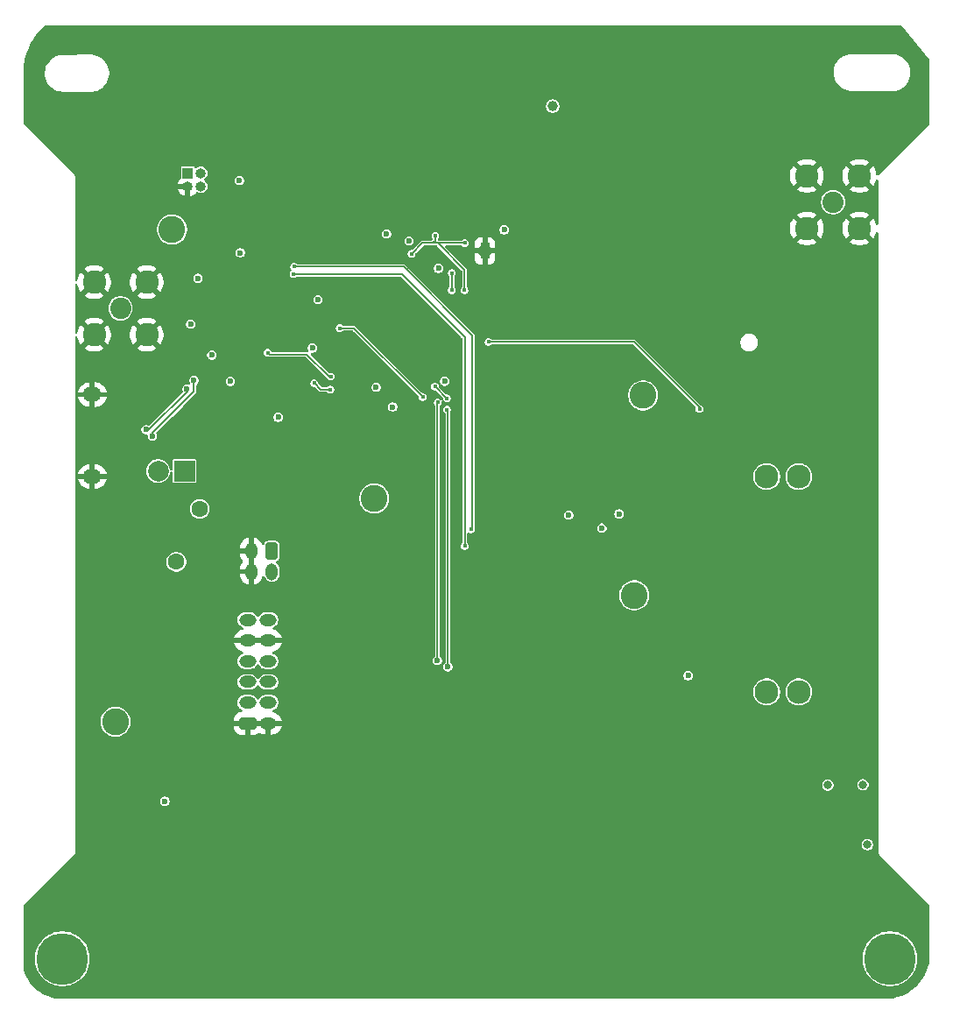
<source format=gbr>
%TF.GenerationSoftware,KiCad,Pcbnew,9.0.0*%
%TF.CreationDate,2025-06-18T14:50:30-07:00*%
%TF.ProjectId,muon_pcb,6d756f6e-5f70-4636-922e-6b696361645f,rev?*%
%TF.SameCoordinates,Original*%
%TF.FileFunction,Copper,L4,Bot*%
%TF.FilePolarity,Positive*%
%FSLAX46Y46*%
G04 Gerber Fmt 4.6, Leading zero omitted, Abs format (unit mm)*
G04 Created by KiCad (PCBNEW 9.0.0) date 2025-06-18 14:50:30*
%MOMM*%
%LPD*%
G01*
G04 APERTURE LIST*
G04 Aperture macros list*
%AMRoundRect*
0 Rectangle with rounded corners*
0 $1 Rounding radius*
0 $2 $3 $4 $5 $6 $7 $8 $9 X,Y pos of 4 corners*
0 Add a 4 corners polygon primitive as box body*
4,1,4,$2,$3,$4,$5,$6,$7,$8,$9,$2,$3,0*
0 Add four circle primitives for the rounded corners*
1,1,$1+$1,$2,$3*
1,1,$1+$1,$4,$5*
1,1,$1+$1,$6,$7*
1,1,$1+$1,$8,$9*
0 Add four rect primitives between the rounded corners*
20,1,$1+$1,$2,$3,$4,$5,0*
20,1,$1+$1,$4,$5,$6,$7,0*
20,1,$1+$1,$6,$7,$8,$9,0*
20,1,$1+$1,$8,$9,$2,$3,0*%
G04 Aperture macros list end*
%TA.AperFunction,ComponentPad*%
%ADD10C,2.300000*%
%TD*%
%TA.AperFunction,ComponentPad*%
%ADD11C,2.600000*%
%TD*%
%TA.AperFunction,ComponentPad*%
%ADD12C,5.000000*%
%TD*%
%TA.AperFunction,ComponentPad*%
%ADD13R,1.000000X1.000000*%
%TD*%
%TA.AperFunction,ComponentPad*%
%ADD14O,1.000000X1.000000*%
%TD*%
%TA.AperFunction,ComponentPad*%
%ADD15RoundRect,0.250000X0.575000X-0.350000X0.575000X0.350000X-0.575000X0.350000X-0.575000X-0.350000X0*%
%TD*%
%TA.AperFunction,ComponentPad*%
%ADD16O,1.650000X1.200000*%
%TD*%
%TA.AperFunction,HeatsinkPad*%
%ADD17C,0.600000*%
%TD*%
%TA.AperFunction,SMDPad,CuDef*%
%ADD18R,0.900000X1.600000*%
%TD*%
%TA.AperFunction,ComponentPad*%
%ADD19O,1.800000X1.400000*%
%TD*%
%TA.AperFunction,ComponentPad*%
%ADD20C,2.050000*%
%TD*%
%TA.AperFunction,ComponentPad*%
%ADD21C,2.250000*%
%TD*%
%TA.AperFunction,ComponentPad*%
%ADD22R,2.000000X2.000000*%
%TD*%
%TA.AperFunction,ComponentPad*%
%ADD23C,2.000000*%
%TD*%
%TA.AperFunction,ComponentPad*%
%ADD24RoundRect,0.250000X0.350000X0.575000X-0.350000X0.575000X-0.350000X-0.575000X0.350000X-0.575000X0*%
%TD*%
%TA.AperFunction,ComponentPad*%
%ADD25O,1.200000X1.650000*%
%TD*%
%TA.AperFunction,ViaPad*%
%ADD26C,0.600000*%
%TD*%
%TA.AperFunction,ViaPad*%
%ADD27C,1.200000*%
%TD*%
%TA.AperFunction,ViaPad*%
%ADD28C,0.450000*%
%TD*%
%TA.AperFunction,ViaPad*%
%ADD29C,2.000000*%
%TD*%
%TA.AperFunction,ViaPad*%
%ADD30C,1.000000*%
%TD*%
%TA.AperFunction,ViaPad*%
%ADD31C,0.800000*%
%TD*%
%TA.AperFunction,ViaPad*%
%ADD32C,1.600000*%
%TD*%
%TA.AperFunction,Conductor*%
%ADD33C,0.150000*%
%TD*%
%TA.AperFunction,Conductor*%
%ADD34C,0.200000*%
%TD*%
G04 APERTURE END LIST*
D10*
%TO.P,BT1,1,+*%
%TO.N,/Sensors/VBACKUP*%
X164590000Y-117850000D03*
X167690000Y-117850000D03*
X164590000Y-97050000D03*
X167690000Y-97050000D03*
%TD*%
D11*
%TO.P,TP3,1,1*%
%TO.N,GPS VCC*%
X152650000Y-89200000D03*
%TD*%
%TO.P,TP1,1,1*%
%TO.N,RP2040 Reset*%
X107110000Y-73170000D03*
%TD*%
D12*
%TO.P,H2,1*%
%TO.N,N/C*%
X176503280Y-143650755D03*
%TD*%
D13*
%TO.P,J9,1,Pin_1*%
%TO.N,RP2040 Reset*%
X108625000Y-67710000D03*
D14*
%TO.P,J9,2,Pin_2*%
%TO.N,SWCLK*%
X109895000Y-67710000D03*
%TO.P,J9,3,Pin_3*%
%TO.N,GND*%
X108625000Y-68980000D03*
%TO.P,J9,4,Pin_4*%
%TO.N,SWD*%
X109895000Y-68980000D03*
%TD*%
D15*
%TO.P,J8,1,Pin_1*%
%TO.N,GND*%
X114410000Y-120890000D03*
D16*
%TO.P,J8,2,Pin_2*%
X116410000Y-120890000D03*
%TO.P,J8,3,Pin_3*%
%TO.N,SDA0*%
X114410000Y-118890000D03*
%TO.P,J8,4,Pin_4*%
%TO.N,SCL0*%
X116410000Y-118890000D03*
%TO.P,J8,5,Pin_5*%
%TO.N,PAYLOAD_BATT*%
X114410000Y-116890000D03*
%TO.P,J8,6,Pin_6*%
X116410000Y-116890000D03*
%TO.P,J8,7,Pin_7*%
%TO.N,UART0 Rx*%
X114410000Y-114890000D03*
%TO.P,J8,8,Pin_8*%
%TO.N,UART0 Tx*%
X116410000Y-114890000D03*
%TO.P,J8,9,Pin_9*%
%TO.N,GND*%
X114410000Y-112890000D03*
%TO.P,J8,10,Pin_10*%
X116410000Y-112890000D03*
%TO.P,J8,11,Pin_11*%
%TO.N,PAYLOAD_PWR*%
X114410000Y-110890000D03*
%TO.P,J8,12,Pin_12*%
X116410000Y-110890000D03*
%TD*%
D17*
%TO.P,U15,9,EP*%
%TO.N,GND*%
X137350000Y-74720000D03*
D18*
X137350000Y-75220000D03*
D17*
X137350000Y-75720000D03*
%TD*%
D12*
%TO.P,H1,1*%
%TO.N,N/C*%
X96503280Y-143650755D03*
%TD*%
D11*
%TO.P,TP5,1,1*%
%TO.N,PAYLOAD_PWR*%
X151790000Y-108520000D03*
%TD*%
D19*
%TO.P,J12,6,Shield*%
%TO.N,GND*%
X99400000Y-89120000D03*
X99400000Y-97020000D03*
%TD*%
D11*
%TO.P,TP2,1,1*%
%TO.N,Net-(D4-K)*%
X126660000Y-99160000D03*
%TD*%
D20*
%TO.P,J2,1,In*%
%TO.N,Net-(J2-In)*%
X171010000Y-70520000D03*
D21*
%TO.P,J2,2,Ext*%
%TO.N,GND*%
X168470000Y-67980000D03*
X168470000Y-73060000D03*
X173550000Y-67980000D03*
X173550000Y-73060000D03*
%TD*%
D11*
%TO.P,TP7,1,1*%
%TO.N,+5V*%
X101640000Y-120730000D03*
%TD*%
D22*
%TO.P,J6,1,Pin_1*%
%TO.N,+5V*%
X108300000Y-96520000D03*
D23*
%TO.P,J6,2,Pin_2*%
%TO.N,Net-(J12-VBUS)*%
X105760000Y-96520000D03*
%TD*%
D24*
%TO.P,J3,1,Pin_1*%
%TO.N,+5V*%
X116760000Y-104230000D03*
D25*
%TO.P,J3,2,Pin_2*%
X116760000Y-106230000D03*
%TO.P,J3,3,Pin_3*%
%TO.N,GND*%
X114760000Y-104230000D03*
%TO.P,J3,4,Pin_4*%
X114760000Y-106230000D03*
%TD*%
D20*
%TO.P,J1,1,In*%
%TO.N,Cosmic Analog*%
X102120000Y-80790000D03*
D21*
%TO.P,J1,2,Ext*%
%TO.N,GND*%
X99580000Y-78250000D03*
X99580000Y-83330000D03*
X104660000Y-78250000D03*
X104660000Y-83330000D03*
%TD*%
D26*
%TO.N,GND*%
X115420000Y-78120000D03*
D27*
X110460000Y-105780000D03*
D28*
X108090000Y-78960000D03*
D29*
X173120000Y-107540000D03*
X158620000Y-107480000D03*
D28*
X118690000Y-72130000D03*
D30*
X170280000Y-129050000D03*
D31*
X112080000Y-73410000D03*
D30*
X158330000Y-126010000D03*
D31*
X162320000Y-96070000D03*
X166560000Y-90520000D03*
D26*
X113240000Y-81870000D03*
D27*
X99230000Y-99530000D03*
D28*
X113742500Y-88032500D03*
D31*
X158100000Y-74330000D03*
X151680000Y-93300000D03*
D28*
X116800000Y-70000000D03*
D26*
X115590000Y-81870000D03*
D28*
X107250000Y-83390000D03*
D26*
X121870000Y-79050000D03*
D27*
X100430000Y-110880000D03*
D29*
X166140000Y-99970000D03*
D31*
X133690000Y-86340000D03*
X111110000Y-72850000D03*
D28*
X113530000Y-70440000D03*
D31*
X148000000Y-100920000D03*
D26*
X120900000Y-91620000D03*
X168500000Y-94700000D03*
D28*
X118820000Y-73920000D03*
D26*
X119930000Y-97100000D03*
D28*
X109340000Y-86320000D03*
D31*
X168590000Y-77800000D03*
D28*
X118660000Y-71290000D03*
D27*
X108090000Y-121500000D03*
D26*
X113450000Y-65540000D03*
X99240000Y-125460000D03*
D31*
X159600000Y-93760000D03*
D26*
X113290000Y-79510000D03*
D30*
X103800000Y-91350000D03*
D26*
X135420000Y-75970000D03*
D28*
X114720000Y-88780000D03*
X112910000Y-71110000D03*
D26*
X149040000Y-92410000D03*
D27*
X102000000Y-114010000D03*
D31*
X129610000Y-73020000D03*
X152640000Y-94520000D03*
D29*
X114422500Y-80690000D03*
D26*
X140670000Y-75430000D03*
D28*
X113620000Y-73490000D03*
X108260000Y-85340000D03*
D26*
X151780000Y-104820000D03*
D31*
X99140000Y-128290000D03*
D26*
X124600000Y-85130000D03*
D31*
X111970000Y-98200000D03*
D26*
X120010000Y-65540000D03*
D28*
X139200000Y-75470000D03*
D27*
X101400000Y-116870000D03*
D28*
X108150000Y-84360000D03*
D29*
X166140000Y-114700000D03*
X166090000Y-107450000D03*
D26*
X119820000Y-101200000D03*
D31*
X170270000Y-134430000D03*
D26*
X115600000Y-79500000D03*
D28*
X118020000Y-70390000D03*
X114460000Y-69940000D03*
X116020000Y-74710000D03*
D26*
X121410000Y-83830000D03*
D28*
%TO.N,/RP2040 MCU/QSPI_SD1*%
X120847500Y-88007500D03*
X122412500Y-88632500D03*
%TO.N,/RP2040 MCU/QSPI_SD2*%
X116347500Y-85067500D03*
X122442500Y-87367500D03*
D26*
%TO.N,SDA0*%
X132760000Y-114810000D03*
D28*
X132780000Y-89870000D03*
D26*
%TO.N,SCL0*%
X133780000Y-115430000D03*
D28*
X133680000Y-89490000D03*
X132520000Y-88330000D03*
X133680000Y-90570000D03*
%TO.N,GPS Reset*%
X158090000Y-90510000D03*
X137700000Y-84030000D03*
%TO.N,UART0 Rx*%
X118900000Y-76760000D03*
X136000000Y-102150000D03*
D26*
%TO.N,PAYLOAD_PWR*%
X128440000Y-90310000D03*
X113630000Y-68430000D03*
X120680000Y-84630000D03*
X121210000Y-79930000D03*
X130030000Y-74250000D03*
X117380000Y-91320000D03*
X108910000Y-82320000D03*
X139210000Y-73190000D03*
X113710000Y-75410000D03*
X132860000Y-76910000D03*
D31*
X174330000Y-132630000D03*
D26*
X157000000Y-116280000D03*
X148660000Y-102020000D03*
D31*
X173880000Y-126840000D03*
D26*
X145450000Y-100760000D03*
X127840000Y-73600000D03*
D32*
X107520000Y-105290000D03*
D26*
X112760000Y-87840000D03*
X110950000Y-85300000D03*
X109610000Y-77880000D03*
D30*
X143910000Y-61220000D03*
D32*
X109790000Y-100170000D03*
D26*
X106420000Y-128430000D03*
D31*
X170490000Y-126870000D03*
D26*
X150310000Y-100660000D03*
X133460000Y-87830000D03*
X126840000Y-88410000D03*
D28*
%TO.N,UART0 Tx*%
X118840000Y-77470000D03*
X135399000Y-103751000D03*
D26*
%TO.N,USB_D+*%
X108553502Y-88580000D03*
X104599479Y-92509479D03*
%TO.N,USB_D-*%
X105200521Y-93110521D03*
X109230000Y-87760000D03*
D28*
%TO.N,MicroSD CS*%
X131335000Y-89345000D03*
X123310000Y-82690000D03*
%TO.N,SCL1*%
X134160000Y-79020000D03*
X134160000Y-77370000D03*
%TO.N,SDA1*%
X135370000Y-79030000D03*
X130255000Y-75525000D03*
X135410000Y-74470000D03*
X132560000Y-73790000D03*
%TD*%
D33*
%TO.N,/RP2040 MCU/QSPI_SD1*%
X121472500Y-88632500D02*
X122412500Y-88632500D01*
X120847500Y-88007500D02*
X121472500Y-88632500D01*
%TO.N,/RP2040 MCU/QSPI_SD2*%
X120152500Y-85242500D02*
X122277500Y-87367500D01*
X116522500Y-85242500D02*
X120152500Y-85242500D01*
X122277500Y-87367500D02*
X122442500Y-87367500D01*
X116347500Y-85067500D02*
X116522500Y-85242500D01*
D34*
%TO.N,SDA0*%
X132760000Y-89890000D02*
X132780000Y-89870000D01*
D33*
X132760000Y-114810000D02*
X132760000Y-89890000D01*
%TO.N,SCL0*%
X132520000Y-88330000D02*
X133680000Y-89490000D01*
X133780000Y-115430000D02*
X133780000Y-90670000D01*
X133780000Y-90670000D02*
X133680000Y-90570000D01*
%TO.N,GPS Reset*%
X151750000Y-84030000D02*
X137700000Y-84030000D01*
X158090000Y-90510000D02*
X158090000Y-90370000D01*
X158090000Y-90370000D02*
X151750000Y-84030000D01*
%TO.N,UART0 Rx*%
X136000000Y-102150000D02*
X136130000Y-102020000D01*
X136130000Y-102020000D02*
X136130000Y-83410000D01*
X136130000Y-83410000D02*
X129480000Y-76760000D01*
X129480000Y-76760000D02*
X118900000Y-76760000D01*
%TO.N,UART0 Tx*%
X129300000Y-77470000D02*
X118840000Y-77470000D01*
X135399000Y-83569000D02*
X129300000Y-77470000D01*
X135399000Y-103751000D02*
X135399000Y-83569000D01*
D34*
%TO.N,USB_D+*%
X104882322Y-92509479D02*
X104599479Y-92509479D01*
X108554999Y-88836802D02*
X104882322Y-92509479D01*
X108553502Y-88580000D02*
X108553502Y-88688502D01*
X108553502Y-88688502D02*
X108554999Y-88689999D01*
X108554999Y-88689999D02*
X108554999Y-88836802D01*
%TO.N,USB_D-*%
X109230000Y-88798199D02*
X105200521Y-92827678D01*
X109230000Y-87760000D02*
X109230000Y-88798199D01*
X105200521Y-92827678D02*
X105200521Y-93110521D01*
D33*
%TO.N,MicroSD CS*%
X131335000Y-89345000D02*
X124680000Y-82690000D01*
X124680000Y-82690000D02*
X123310000Y-82690000D01*
%TO.N,SCL1*%
X134160000Y-77370000D02*
X134160000Y-79020000D01*
%TO.N,SDA1*%
X132560000Y-74250000D02*
X132340000Y-74470000D01*
X130255000Y-75525000D02*
X131310000Y-74470000D01*
X135410000Y-74470000D02*
X132830000Y-74470000D01*
X135370000Y-77060000D02*
X132780000Y-74470000D01*
X132750000Y-74470000D02*
X132340000Y-74470000D01*
X131310000Y-74470000D02*
X132340000Y-74470000D01*
X135370000Y-79030000D02*
X135370000Y-77060000D01*
X132560000Y-73790000D02*
X132560000Y-74250000D01*
X132780000Y-74470000D02*
X132750000Y-74470000D01*
X132830000Y-74470000D02*
X132750000Y-74470000D01*
%TD*%
%TA.AperFunction,Conductor*%
%TO.N,GND*%
G36*
X116013963Y-120725956D02*
G01*
X115985000Y-120834048D01*
X115985000Y-120945952D01*
X116013963Y-121054044D01*
X116063590Y-121140000D01*
X114756410Y-121140000D01*
X114806037Y-121054044D01*
X114835000Y-120945952D01*
X114835000Y-120834048D01*
X114806037Y-120725956D01*
X114756410Y-120640000D01*
X116063590Y-120640000D01*
X116013963Y-120725956D01*
G37*
%TD.AperFunction*%
%TA.AperFunction,Conductor*%
G36*
X116013963Y-112725956D02*
G01*
X115985000Y-112834048D01*
X115985000Y-112945952D01*
X116013963Y-113054044D01*
X116063590Y-113140000D01*
X114756410Y-113140000D01*
X114806037Y-113054044D01*
X114835000Y-112945952D01*
X114835000Y-112834048D01*
X114806037Y-112725956D01*
X114756410Y-112640000D01*
X116063590Y-112640000D01*
X116013963Y-112725956D01*
G37*
%TD.AperFunction*%
%TA.AperFunction,Conductor*%
G36*
X115010000Y-105883590D02*
G01*
X114924044Y-105833963D01*
X114815952Y-105805000D01*
X114704048Y-105805000D01*
X114595956Y-105833963D01*
X114510000Y-105883590D01*
X114510000Y-104576409D01*
X114595956Y-104626037D01*
X114704048Y-104655000D01*
X114815952Y-104655000D01*
X114924044Y-104626037D01*
X115010000Y-104576409D01*
X115010000Y-105883590D01*
G37*
%TD.AperFunction*%
%TA.AperFunction,Conductor*%
G36*
X177492272Y-53429557D02*
G01*
X177559257Y-53449427D01*
X177587339Y-53474354D01*
X180288311Y-56728060D01*
X180317390Y-56763089D01*
X180345064Y-56827245D01*
X180345980Y-56842291D01*
X180345980Y-62896342D01*
X180326295Y-62963381D01*
X180309661Y-62984023D01*
X175468305Y-67825377D01*
X175468246Y-67825437D01*
X175457851Y-67835833D01*
X175456426Y-67836424D01*
X175400024Y-67892826D01*
X175397721Y-67898385D01*
X175385391Y-67911139D01*
X175364320Y-67923110D01*
X175345725Y-67938649D01*
X175334488Y-67940059D01*
X175324642Y-67945654D01*
X175300443Y-67944333D01*
X175276400Y-67947352D01*
X175266185Y-67942464D01*
X175254876Y-67941847D01*
X175235232Y-67927652D01*
X175213374Y-67917193D01*
X175207423Y-67907557D01*
X175198244Y-67900925D01*
X175189393Y-67878365D01*
X175176659Y-67857747D01*
X175173770Y-67844348D01*
X175134986Y-67599476D01*
X175055948Y-67356218D01*
X175055947Y-67356215D01*
X174939824Y-67128313D01*
X174862148Y-67021403D01*
X174862148Y-67021402D01*
X174304114Y-67579436D01*
X174303260Y-67577374D01*
X174210238Y-67438156D01*
X174091844Y-67319762D01*
X173952626Y-67226740D01*
X173950560Y-67225884D01*
X174508596Y-66667850D01*
X174401686Y-66590175D01*
X174173784Y-66474052D01*
X174173781Y-66474051D01*
X173930523Y-66395013D01*
X173677889Y-66355000D01*
X173422111Y-66355000D01*
X173169476Y-66395013D01*
X172926218Y-66474051D01*
X172926215Y-66474052D01*
X172698310Y-66590177D01*
X172591403Y-66667849D01*
X172591402Y-66667850D01*
X173149437Y-67225885D01*
X173147374Y-67226740D01*
X173008156Y-67319762D01*
X172889762Y-67438156D01*
X172796740Y-67577374D01*
X172795885Y-67579437D01*
X172237850Y-67021402D01*
X172237849Y-67021403D01*
X172160177Y-67128310D01*
X172044052Y-67356215D01*
X172044051Y-67356218D01*
X171965013Y-67599476D01*
X171925000Y-67852110D01*
X171925000Y-68107889D01*
X171965013Y-68360523D01*
X172044051Y-68603781D01*
X172044052Y-68603784D01*
X172160175Y-68831686D01*
X172237850Y-68938595D01*
X172237850Y-68938596D01*
X172795884Y-68380561D01*
X172796740Y-68382626D01*
X172889762Y-68521844D01*
X173008156Y-68640238D01*
X173147374Y-68733260D01*
X173149437Y-68734114D01*
X172591402Y-69292148D01*
X172698313Y-69369824D01*
X172926215Y-69485947D01*
X172926218Y-69485948D01*
X173169476Y-69564986D01*
X173422111Y-69605000D01*
X173677889Y-69605000D01*
X173930523Y-69564986D01*
X174173781Y-69485948D01*
X174173784Y-69485947D01*
X174401685Y-69369825D01*
X174508595Y-69292148D01*
X174508596Y-69292148D01*
X173950562Y-68734114D01*
X173952626Y-68733260D01*
X174091844Y-68640238D01*
X174210238Y-68521844D01*
X174303260Y-68382626D01*
X174304114Y-68380562D01*
X174862148Y-68938596D01*
X174862148Y-68938595D01*
X174939825Y-68831685D01*
X175055947Y-68603784D01*
X175055948Y-68603781D01*
X175127569Y-68383353D01*
X175167006Y-68325678D01*
X175231365Y-68298479D01*
X175300211Y-68310393D01*
X175351687Y-68357637D01*
X175369500Y-68421671D01*
X175369500Y-72618328D01*
X175349815Y-72685367D01*
X175297011Y-72731122D01*
X175227853Y-72741066D01*
X175164297Y-72712041D01*
X175127569Y-72656646D01*
X175055948Y-72436218D01*
X175055947Y-72436215D01*
X174939824Y-72208313D01*
X174862148Y-72101403D01*
X174862148Y-72101402D01*
X174304114Y-72659436D01*
X174303260Y-72657374D01*
X174210238Y-72518156D01*
X174091844Y-72399762D01*
X173952626Y-72306740D01*
X173950560Y-72305884D01*
X174508596Y-71747850D01*
X174401686Y-71670175D01*
X174173784Y-71554052D01*
X174173781Y-71554051D01*
X173930523Y-71475013D01*
X173677889Y-71435000D01*
X173422111Y-71435000D01*
X173169476Y-71475013D01*
X172926218Y-71554051D01*
X172926215Y-71554052D01*
X172698310Y-71670177D01*
X172591403Y-71747849D01*
X172591402Y-71747850D01*
X173149437Y-72305885D01*
X173147374Y-72306740D01*
X173008156Y-72399762D01*
X172889762Y-72518156D01*
X172796740Y-72657374D01*
X172795885Y-72659437D01*
X172237850Y-72101402D01*
X172237849Y-72101403D01*
X172160177Y-72208310D01*
X172044052Y-72436215D01*
X172044051Y-72436218D01*
X171965013Y-72679476D01*
X171925000Y-72932110D01*
X171925000Y-73187889D01*
X171965013Y-73440523D01*
X172044051Y-73683781D01*
X172044052Y-73683784D01*
X172160175Y-73911686D01*
X172237850Y-74018595D01*
X172237850Y-74018596D01*
X172795884Y-73460561D01*
X172796740Y-73462626D01*
X172889762Y-73601844D01*
X173008156Y-73720238D01*
X173147374Y-73813260D01*
X173149437Y-73814114D01*
X172591402Y-74372148D01*
X172698313Y-74449824D01*
X172926215Y-74565947D01*
X172926218Y-74565948D01*
X173169476Y-74644986D01*
X173422111Y-74685000D01*
X173677889Y-74685000D01*
X173930523Y-74644986D01*
X174173781Y-74565948D01*
X174173784Y-74565947D01*
X174401685Y-74449825D01*
X174508595Y-74372148D01*
X174508596Y-74372148D01*
X173950562Y-73814114D01*
X173952626Y-73813260D01*
X174091844Y-73720238D01*
X174210238Y-73601844D01*
X174303260Y-73462626D01*
X174304114Y-73460562D01*
X174862148Y-74018596D01*
X174862148Y-74018595D01*
X174939825Y-73911685D01*
X175055947Y-73683784D01*
X175055948Y-73683781D01*
X175127569Y-73463353D01*
X175167006Y-73405678D01*
X175231365Y-73378479D01*
X175300211Y-73390393D01*
X175351687Y-73437637D01*
X175369500Y-73501671D01*
X175369500Y-133429883D01*
X175400024Y-133503574D01*
X175456426Y-133559976D01*
X175456429Y-133559977D01*
X175463527Y-133564720D01*
X175482316Y-133580141D01*
X180309661Y-138407486D01*
X180343146Y-138468809D01*
X180345980Y-138495167D01*
X180345980Y-143697500D01*
X180344051Y-143719287D01*
X180280582Y-144074893D01*
X180278228Y-144085414D01*
X180180029Y-144449294D01*
X180176771Y-144459570D01*
X180047331Y-144813561D01*
X180043192Y-144823515D01*
X179883502Y-145164912D01*
X179878514Y-145174470D01*
X179689769Y-145500711D01*
X179683970Y-145509799D01*
X179467601Y-145818417D01*
X179461034Y-145826967D01*
X179218682Y-146115617D01*
X179211398Y-146123564D01*
X178944885Y-146390079D01*
X178936937Y-146397363D01*
X178648285Y-146639719D01*
X178639735Y-146646286D01*
X178331115Y-146862660D01*
X178322027Y-146868459D01*
X177995797Y-147057199D01*
X177986240Y-147062187D01*
X177644840Y-147221883D01*
X177634885Y-147226022D01*
X177280905Y-147355459D01*
X177270629Y-147358718D01*
X176906740Y-147456922D01*
X176896220Y-147459276D01*
X176540732Y-147522726D01*
X176518944Y-147524655D01*
X96597752Y-147524655D01*
X96584813Y-147524653D01*
X96583385Y-147524086D01*
X96545522Y-147524647D01*
X96544580Y-147524647D01*
X96544475Y-147524616D01*
X96540607Y-147524583D01*
X96184209Y-147513104D01*
X96172588Y-147512181D01*
X95821761Y-147467654D01*
X95810278Y-147465644D01*
X95465183Y-147388368D01*
X95453940Y-147385289D01*
X95117629Y-147275948D01*
X95106724Y-147271827D01*
X94782153Y-147131380D01*
X94771683Y-147126252D01*
X94461744Y-146955950D01*
X94451803Y-146949862D01*
X94159235Y-146751213D01*
X94149909Y-146744219D01*
X93877274Y-146518961D01*
X93868646Y-146511121D01*
X93618383Y-146261268D01*
X93610529Y-146252653D01*
X93384829Y-145980396D01*
X93377819Y-145971082D01*
X93178673Y-145678817D01*
X93172581Y-145668904D01*
X93001765Y-145359237D01*
X92996624Y-145348783D01*
X92926276Y-145186940D01*
X92855643Y-145024441D01*
X92851506Y-145013546D01*
X92753119Y-144712610D01*
X92746980Y-144674077D01*
X92746980Y-143501901D01*
X93852780Y-143501901D01*
X93852780Y-143799608D01*
X93886110Y-144095417D01*
X93886112Y-144095429D01*
X93952356Y-144385667D01*
X93952359Y-144385675D01*
X94050680Y-144666659D01*
X94179843Y-144934869D01*
X94179845Y-144934872D01*
X94338230Y-145186940D01*
X94523842Y-145419689D01*
X94734346Y-145630193D01*
X94967095Y-145815805D01*
X95219163Y-145974190D01*
X95487379Y-146103356D01*
X95698415Y-146177200D01*
X95768359Y-146201675D01*
X95768367Y-146201678D01*
X95768370Y-146201678D01*
X95768371Y-146201679D01*
X96058605Y-146267923D01*
X96354427Y-146301254D01*
X96354428Y-146301255D01*
X96354431Y-146301255D01*
X96652132Y-146301255D01*
X96652132Y-146301254D01*
X96947955Y-146267923D01*
X97238189Y-146201679D01*
X97519181Y-146103356D01*
X97787397Y-145974190D01*
X98039465Y-145815805D01*
X98272214Y-145630193D01*
X98482718Y-145419689D01*
X98668330Y-145186940D01*
X98826715Y-144934872D01*
X98955881Y-144666656D01*
X99054204Y-144385664D01*
X99120448Y-144095430D01*
X99153780Y-143799604D01*
X99153780Y-143501906D01*
X99153779Y-143501901D01*
X173852780Y-143501901D01*
X173852780Y-143799608D01*
X173886110Y-144095417D01*
X173886112Y-144095429D01*
X173952356Y-144385667D01*
X173952359Y-144385675D01*
X174050680Y-144666659D01*
X174179843Y-144934869D01*
X174179845Y-144934872D01*
X174338230Y-145186940D01*
X174523842Y-145419689D01*
X174734346Y-145630193D01*
X174967095Y-145815805D01*
X175219163Y-145974190D01*
X175487379Y-146103356D01*
X175698415Y-146177200D01*
X175768359Y-146201675D01*
X175768367Y-146201678D01*
X175768370Y-146201678D01*
X175768371Y-146201679D01*
X176058605Y-146267923D01*
X176354427Y-146301254D01*
X176354428Y-146301255D01*
X176354431Y-146301255D01*
X176652132Y-146301255D01*
X176652132Y-146301254D01*
X176947955Y-146267923D01*
X177238189Y-146201679D01*
X177519181Y-146103356D01*
X177787397Y-145974190D01*
X178039465Y-145815805D01*
X178272214Y-145630193D01*
X178482718Y-145419689D01*
X178668330Y-145186940D01*
X178826715Y-144934872D01*
X178955881Y-144666656D01*
X179054204Y-144385664D01*
X179120448Y-144095430D01*
X179153780Y-143799604D01*
X179153780Y-143501906D01*
X179120448Y-143206080D01*
X179054204Y-142915846D01*
X178955881Y-142634854D01*
X178826715Y-142366638D01*
X178668330Y-142114570D01*
X178482718Y-141881821D01*
X178272214Y-141671317D01*
X178039465Y-141485705D01*
X177787397Y-141327320D01*
X177787394Y-141327318D01*
X177519184Y-141198155D01*
X177238200Y-141099834D01*
X177238192Y-141099831D01*
X177020513Y-141050148D01*
X176947955Y-141033587D01*
X176947951Y-141033586D01*
X176947942Y-141033585D01*
X176652133Y-141000255D01*
X176652129Y-141000255D01*
X176354431Y-141000255D01*
X176354426Y-141000255D01*
X176058617Y-141033585D01*
X176058605Y-141033587D01*
X175768367Y-141099831D01*
X175768359Y-141099834D01*
X175487375Y-141198155D01*
X175219165Y-141327318D01*
X174967096Y-141485704D01*
X174734346Y-141671316D01*
X174523841Y-141881821D01*
X174338229Y-142114571D01*
X174179843Y-142366640D01*
X174050680Y-142634850D01*
X173952359Y-142915834D01*
X173952356Y-142915842D01*
X173886112Y-143206080D01*
X173886110Y-143206092D01*
X173852780Y-143501901D01*
X99153779Y-143501901D01*
X99120448Y-143206080D01*
X99054204Y-142915846D01*
X98955881Y-142634854D01*
X98826715Y-142366638D01*
X98668330Y-142114570D01*
X98482718Y-141881821D01*
X98272214Y-141671317D01*
X98039465Y-141485705D01*
X97787397Y-141327320D01*
X97787394Y-141327318D01*
X97519184Y-141198155D01*
X97238200Y-141099834D01*
X97238192Y-141099831D01*
X97020513Y-141050148D01*
X96947955Y-141033587D01*
X96947951Y-141033586D01*
X96947942Y-141033585D01*
X96652133Y-141000255D01*
X96652129Y-141000255D01*
X96354431Y-141000255D01*
X96354426Y-141000255D01*
X96058617Y-141033585D01*
X96058605Y-141033587D01*
X95768367Y-141099831D01*
X95768359Y-141099834D01*
X95487375Y-141198155D01*
X95219165Y-141327318D01*
X94967096Y-141485704D01*
X94734346Y-141671316D01*
X94523841Y-141881821D01*
X94338229Y-142114571D01*
X94179843Y-142366640D01*
X94050680Y-142634850D01*
X93952359Y-142915834D01*
X93952356Y-142915842D01*
X93886112Y-143206080D01*
X93886110Y-143206092D01*
X93852780Y-143501901D01*
X92746980Y-143501901D01*
X92746980Y-138495167D01*
X92766665Y-138428128D01*
X92783299Y-138407486D01*
X93000006Y-138190779D01*
X97693256Y-133497529D01*
X97723780Y-133423837D01*
X97723780Y-133344073D01*
X97723780Y-132557525D01*
X173779500Y-132557525D01*
X173779500Y-132702475D01*
X173817016Y-132842485D01*
X173817017Y-132842488D01*
X173889488Y-132968011D01*
X173889490Y-132968013D01*
X173889491Y-132968015D01*
X173991985Y-133070509D01*
X173991986Y-133070510D01*
X173991988Y-133070511D01*
X174117511Y-133142982D01*
X174117512Y-133142982D01*
X174117515Y-133142984D01*
X174257525Y-133180500D01*
X174257528Y-133180500D01*
X174402472Y-133180500D01*
X174402475Y-133180500D01*
X174542485Y-133142984D01*
X174668015Y-133070509D01*
X174770509Y-132968015D01*
X174842984Y-132842485D01*
X174880500Y-132702475D01*
X174880500Y-132557525D01*
X174842984Y-132417515D01*
X174770509Y-132291985D01*
X174668015Y-132189491D01*
X174668013Y-132189490D01*
X174668011Y-132189488D01*
X174542488Y-132117017D01*
X174542489Y-132117017D01*
X174531006Y-132113940D01*
X174402475Y-132079500D01*
X174257525Y-132079500D01*
X174128993Y-132113940D01*
X174117511Y-132117017D01*
X173991988Y-132189488D01*
X173991982Y-132189493D01*
X173889493Y-132291982D01*
X173889488Y-132291988D01*
X173817017Y-132417511D01*
X173817016Y-132417515D01*
X173779500Y-132557525D01*
X97723780Y-132557525D01*
X97723780Y-128370691D01*
X105969500Y-128370691D01*
X105969500Y-128489309D01*
X106000201Y-128603886D01*
X106059511Y-128706613D01*
X106143387Y-128790489D01*
X106246114Y-128849799D01*
X106360691Y-128880500D01*
X106360694Y-128880500D01*
X106479306Y-128880500D01*
X106479309Y-128880500D01*
X106593886Y-128849799D01*
X106696613Y-128790489D01*
X106780489Y-128706613D01*
X106839799Y-128603886D01*
X106870500Y-128489309D01*
X106870500Y-128370691D01*
X106839799Y-128256114D01*
X106780489Y-128153387D01*
X106696613Y-128069511D01*
X106593886Y-128010201D01*
X106479309Y-127979500D01*
X106360691Y-127979500D01*
X106246114Y-128010201D01*
X106246112Y-128010201D01*
X106246112Y-128010202D01*
X106143387Y-128069511D01*
X106143384Y-128069513D01*
X106059513Y-128153384D01*
X106059511Y-128153387D01*
X106000201Y-128256114D01*
X105969500Y-128370691D01*
X97723780Y-128370691D01*
X97723780Y-126797525D01*
X169939500Y-126797525D01*
X169939500Y-126942475D01*
X169977016Y-127082485D01*
X169977017Y-127082488D01*
X170049488Y-127208011D01*
X170049490Y-127208013D01*
X170049491Y-127208015D01*
X170151985Y-127310509D01*
X170151986Y-127310510D01*
X170151988Y-127310511D01*
X170277511Y-127382982D01*
X170277512Y-127382982D01*
X170277515Y-127382984D01*
X170417525Y-127420500D01*
X170417528Y-127420500D01*
X170562472Y-127420500D01*
X170562475Y-127420500D01*
X170702485Y-127382984D01*
X170828015Y-127310509D01*
X170930509Y-127208015D01*
X171002984Y-127082485D01*
X171040500Y-126942475D01*
X171040500Y-126797525D01*
X171032461Y-126767525D01*
X173329500Y-126767525D01*
X173329500Y-126912475D01*
X173337538Y-126942472D01*
X173367017Y-127052488D01*
X173439488Y-127178011D01*
X173439490Y-127178013D01*
X173439491Y-127178015D01*
X173541985Y-127280509D01*
X173541986Y-127280510D01*
X173541988Y-127280511D01*
X173667511Y-127352982D01*
X173667512Y-127352982D01*
X173667515Y-127352984D01*
X173807525Y-127390500D01*
X173807528Y-127390500D01*
X173952472Y-127390500D01*
X173952475Y-127390500D01*
X174092485Y-127352984D01*
X174218015Y-127280509D01*
X174320509Y-127178015D01*
X174392984Y-127052485D01*
X174430500Y-126912475D01*
X174430500Y-126767525D01*
X174392984Y-126627515D01*
X174337831Y-126531988D01*
X174320511Y-126501988D01*
X174320506Y-126501982D01*
X174218017Y-126399493D01*
X174218011Y-126399488D01*
X174092488Y-126327017D01*
X174092489Y-126327017D01*
X174064435Y-126319500D01*
X173952475Y-126289500D01*
X173807525Y-126289500D01*
X173695565Y-126319500D01*
X173667511Y-126327017D01*
X173541988Y-126399488D01*
X173541982Y-126399493D01*
X173439493Y-126501982D01*
X173439488Y-126501988D01*
X173367017Y-126627511D01*
X173367016Y-126627515D01*
X173329500Y-126767525D01*
X171032461Y-126767525D01*
X171002984Y-126657515D01*
X170985663Y-126627515D01*
X170930511Y-126531988D01*
X170930506Y-126531982D01*
X170828017Y-126429493D01*
X170828011Y-126429488D01*
X170702488Y-126357017D01*
X170702489Y-126357017D01*
X170691006Y-126353940D01*
X170562475Y-126319500D01*
X170417525Y-126319500D01*
X170288993Y-126353940D01*
X170277511Y-126357017D01*
X170151988Y-126429488D01*
X170151982Y-126429493D01*
X170049493Y-126531982D01*
X170049488Y-126531988D01*
X169977017Y-126657511D01*
X169977016Y-126657515D01*
X169939500Y-126797525D01*
X97723780Y-126797525D01*
X97723780Y-120615837D01*
X100189500Y-120615837D01*
X100189500Y-120844162D01*
X100225215Y-121069660D01*
X100295770Y-121286803D01*
X100387343Y-121466524D01*
X100399421Y-121490228D01*
X100533621Y-121674937D01*
X100695063Y-121836379D01*
X100879772Y-121970579D01*
X100975884Y-122019550D01*
X101083196Y-122074229D01*
X101083198Y-122074229D01*
X101083201Y-122074231D01*
X101199592Y-122112049D01*
X101300339Y-122144784D01*
X101525838Y-122180500D01*
X101525843Y-122180500D01*
X101754162Y-122180500D01*
X101979660Y-122144784D01*
X102196799Y-122074231D01*
X102400228Y-121970579D01*
X102584937Y-121836379D01*
X102746379Y-121674937D01*
X102880579Y-121490228D01*
X102984231Y-121286799D01*
X103054784Y-121069660D01*
X103054852Y-121069232D01*
X103090500Y-120844162D01*
X103090500Y-120615837D01*
X103073145Y-120506262D01*
X103070571Y-120490013D01*
X113085000Y-120490013D01*
X113085000Y-120640000D01*
X114063590Y-120640000D01*
X114013963Y-120725956D01*
X113985000Y-120834048D01*
X113985000Y-120945952D01*
X114013963Y-121054044D01*
X114063590Y-121140000D01*
X113085001Y-121140000D01*
X113085001Y-121289986D01*
X113095494Y-121392697D01*
X113150641Y-121559119D01*
X113150643Y-121559124D01*
X113242684Y-121708345D01*
X113366654Y-121832315D01*
X113515875Y-121924356D01*
X113515880Y-121924358D01*
X113682302Y-121979505D01*
X113682309Y-121979506D01*
X113785019Y-121989999D01*
X114159999Y-121989999D01*
X114160000Y-121989998D01*
X114160000Y-121236409D01*
X114245956Y-121286037D01*
X114354048Y-121315000D01*
X114465952Y-121315000D01*
X114574044Y-121286037D01*
X114660000Y-121236409D01*
X114660000Y-121989999D01*
X115034972Y-121989999D01*
X115034986Y-121989998D01*
X115137697Y-121979505D01*
X115304119Y-121924358D01*
X115304124Y-121924356D01*
X115453342Y-121832317D01*
X115454882Y-121831100D01*
X115456137Y-121830593D01*
X115459491Y-121828525D01*
X115459844Y-121829097D01*
X115519677Y-121804959D01*
X115588319Y-121817997D01*
X115604684Y-121828050D01*
X115608471Y-121830802D01*
X115762742Y-121909408D01*
X115927415Y-121962914D01*
X116098429Y-121990000D01*
X116160000Y-121990000D01*
X116160000Y-121236409D01*
X116245956Y-121286037D01*
X116354048Y-121315000D01*
X116465952Y-121315000D01*
X116574044Y-121286037D01*
X116660000Y-121236409D01*
X116660000Y-121990000D01*
X116721571Y-121990000D01*
X116892584Y-121962914D01*
X117057257Y-121909408D01*
X117211524Y-121830804D01*
X117351602Y-121729032D01*
X117474032Y-121606602D01*
X117575804Y-121466524D01*
X117654408Y-121312255D01*
X117707914Y-121147584D01*
X117709115Y-121140000D01*
X116756410Y-121140000D01*
X116806037Y-121054044D01*
X116835000Y-120945952D01*
X116835000Y-120834048D01*
X116806037Y-120725956D01*
X116756410Y-120640000D01*
X117709115Y-120640000D01*
X117709115Y-120639999D01*
X117707914Y-120632415D01*
X117654408Y-120467744D01*
X117575804Y-120313475D01*
X117474032Y-120173397D01*
X117351602Y-120050967D01*
X117211524Y-119949195D01*
X117057256Y-119870591D01*
X116912647Y-119823604D01*
X116854972Y-119784166D01*
X116827774Y-119719807D01*
X116839689Y-119650961D01*
X116886934Y-119599485D01*
X116903501Y-119591117D01*
X116990495Y-119555084D01*
X117113416Y-119472951D01*
X117217951Y-119368416D01*
X117300084Y-119245495D01*
X117302067Y-119240709D01*
X117356656Y-119108917D01*
X117356658Y-119108913D01*
X117385500Y-118963918D01*
X117385500Y-118816082D01*
X117385500Y-118816079D01*
X117356659Y-118671092D01*
X117356658Y-118671091D01*
X117356658Y-118671087D01*
X117302182Y-118539570D01*
X117300087Y-118534511D01*
X117300080Y-118534498D01*
X117217951Y-118411584D01*
X117217948Y-118411580D01*
X117113419Y-118307051D01*
X117113415Y-118307048D01*
X116990501Y-118224919D01*
X116990488Y-118224912D01*
X116853917Y-118168343D01*
X116853907Y-118168340D01*
X116708920Y-118139500D01*
X116708918Y-118139500D01*
X116111082Y-118139500D01*
X116111080Y-118139500D01*
X115966092Y-118168340D01*
X115966082Y-118168343D01*
X115829511Y-118224912D01*
X115829498Y-118224919D01*
X115706584Y-118307048D01*
X115706580Y-118307051D01*
X115602051Y-118411580D01*
X115602048Y-118411584D01*
X115519913Y-118534507D01*
X115519357Y-118535549D01*
X115518921Y-118535992D01*
X115516531Y-118539570D01*
X115515852Y-118539116D01*
X115470394Y-118585392D01*
X115402256Y-118600852D01*
X115336577Y-118577019D01*
X115303885Y-118539291D01*
X115303469Y-118539570D01*
X115301251Y-118536251D01*
X115300643Y-118535549D01*
X115300086Y-118534507D01*
X115217951Y-118411584D01*
X115217948Y-118411580D01*
X115113419Y-118307051D01*
X115113415Y-118307048D01*
X114990501Y-118224919D01*
X114990488Y-118224912D01*
X114853917Y-118168343D01*
X114853907Y-118168340D01*
X114708920Y-118139500D01*
X114708918Y-118139500D01*
X114111082Y-118139500D01*
X114111080Y-118139500D01*
X113966092Y-118168340D01*
X113966082Y-118168343D01*
X113829511Y-118224912D01*
X113829498Y-118224919D01*
X113706584Y-118307048D01*
X113706580Y-118307051D01*
X113602051Y-118411580D01*
X113602048Y-118411584D01*
X113519919Y-118534498D01*
X113519912Y-118534511D01*
X113463343Y-118671082D01*
X113463340Y-118671092D01*
X113434500Y-118816079D01*
X113434500Y-118816082D01*
X113434500Y-118963918D01*
X113434500Y-118963920D01*
X113434499Y-118963920D01*
X113463340Y-119108907D01*
X113463343Y-119108917D01*
X113519912Y-119245488D01*
X113519919Y-119245501D01*
X113602048Y-119368415D01*
X113602051Y-119368419D01*
X113706580Y-119472948D01*
X113706584Y-119472951D01*
X113829498Y-119555080D01*
X113833178Y-119557047D01*
X113883023Y-119606009D01*
X113898485Y-119674146D01*
X113874655Y-119739826D01*
X113819098Y-119782196D01*
X113787329Y-119789765D01*
X113682302Y-119800494D01*
X113515880Y-119855641D01*
X113515875Y-119855643D01*
X113366654Y-119947684D01*
X113242684Y-120071654D01*
X113150643Y-120220875D01*
X113150641Y-120220880D01*
X113095494Y-120387302D01*
X113095493Y-120387309D01*
X113085000Y-120490013D01*
X103070571Y-120490013D01*
X103054784Y-120390339D01*
X102999721Y-120220875D01*
X102984231Y-120173201D01*
X102984229Y-120173198D01*
X102984229Y-120173196D01*
X102880578Y-119969771D01*
X102746379Y-119785063D01*
X102584937Y-119623621D01*
X102400228Y-119489421D01*
X102367898Y-119472948D01*
X102196803Y-119385770D01*
X101979660Y-119315215D01*
X101754162Y-119279500D01*
X101754157Y-119279500D01*
X101525843Y-119279500D01*
X101525838Y-119279500D01*
X101300339Y-119315215D01*
X101083196Y-119385770D01*
X100879771Y-119489421D01*
X100695061Y-119623622D01*
X100533622Y-119785061D01*
X100399421Y-119969771D01*
X100295770Y-120173196D01*
X100225215Y-120390339D01*
X100189500Y-120615837D01*
X97723780Y-120615837D01*
X97723780Y-117747648D01*
X163289500Y-117747648D01*
X163289500Y-117952351D01*
X163321522Y-118154534D01*
X163384781Y-118349223D01*
X163477715Y-118531613D01*
X163598028Y-118697213D01*
X163742786Y-118841971D01*
X163897749Y-118954556D01*
X163908390Y-118962287D01*
X164024607Y-119021503D01*
X164090776Y-119055218D01*
X164090778Y-119055218D01*
X164090781Y-119055220D01*
X164195137Y-119089127D01*
X164285465Y-119118477D01*
X164386557Y-119134488D01*
X164487648Y-119150500D01*
X164487649Y-119150500D01*
X164692351Y-119150500D01*
X164692352Y-119150500D01*
X164894534Y-119118477D01*
X165089219Y-119055220D01*
X165271610Y-118962287D01*
X165364590Y-118894732D01*
X165437213Y-118841971D01*
X165437215Y-118841968D01*
X165437219Y-118841966D01*
X165581966Y-118697219D01*
X165581968Y-118697215D01*
X165581971Y-118697213D01*
X165663212Y-118585392D01*
X165702287Y-118531610D01*
X165795220Y-118349219D01*
X165858477Y-118154534D01*
X165890500Y-117952352D01*
X165890500Y-117747648D01*
X166389500Y-117747648D01*
X166389500Y-117952351D01*
X166421522Y-118154534D01*
X166484781Y-118349223D01*
X166577715Y-118531613D01*
X166698028Y-118697213D01*
X166842786Y-118841971D01*
X166997749Y-118954556D01*
X167008390Y-118962287D01*
X167124607Y-119021503D01*
X167190776Y-119055218D01*
X167190778Y-119055218D01*
X167190781Y-119055220D01*
X167295137Y-119089127D01*
X167385465Y-119118477D01*
X167486557Y-119134488D01*
X167587648Y-119150500D01*
X167587649Y-119150500D01*
X167792351Y-119150500D01*
X167792352Y-119150500D01*
X167994534Y-119118477D01*
X168189219Y-119055220D01*
X168371610Y-118962287D01*
X168464590Y-118894732D01*
X168537213Y-118841971D01*
X168537215Y-118841968D01*
X168537219Y-118841966D01*
X168681966Y-118697219D01*
X168681968Y-118697215D01*
X168681971Y-118697213D01*
X168763212Y-118585392D01*
X168802287Y-118531610D01*
X168895220Y-118349219D01*
X168958477Y-118154534D01*
X168990500Y-117952352D01*
X168990500Y-117747648D01*
X168960001Y-117555087D01*
X168958477Y-117545465D01*
X168900950Y-117368416D01*
X168895220Y-117350781D01*
X168895218Y-117350778D01*
X168895218Y-117350776D01*
X168841577Y-117245501D01*
X168802287Y-117168390D01*
X168759075Y-117108913D01*
X168681971Y-117002786D01*
X168537213Y-116858028D01*
X168371613Y-116737715D01*
X168371612Y-116737714D01*
X168371610Y-116737713D01*
X168297196Y-116699797D01*
X168189223Y-116644781D01*
X167994534Y-116581522D01*
X167819995Y-116553878D01*
X167792352Y-116549500D01*
X167587648Y-116549500D01*
X167563329Y-116553351D01*
X167385465Y-116581522D01*
X167190776Y-116644781D01*
X167008386Y-116737715D01*
X166842786Y-116858028D01*
X166698028Y-117002786D01*
X166577715Y-117168386D01*
X166484781Y-117350776D01*
X166421522Y-117545465D01*
X166389500Y-117747648D01*
X165890500Y-117747648D01*
X165860001Y-117555087D01*
X165858477Y-117545465D01*
X165800950Y-117368416D01*
X165795220Y-117350781D01*
X165795218Y-117350778D01*
X165795218Y-117350776D01*
X165741577Y-117245501D01*
X165702287Y-117168390D01*
X165659075Y-117108913D01*
X165581971Y-117002786D01*
X165437213Y-116858028D01*
X165271613Y-116737715D01*
X165271612Y-116737714D01*
X165271610Y-116737713D01*
X165197196Y-116699797D01*
X165089223Y-116644781D01*
X164894534Y-116581522D01*
X164719995Y-116553878D01*
X164692352Y-116549500D01*
X164487648Y-116549500D01*
X164463329Y-116553351D01*
X164285465Y-116581522D01*
X164090776Y-116644781D01*
X163908386Y-116737715D01*
X163742786Y-116858028D01*
X163598028Y-117002786D01*
X163477715Y-117168386D01*
X163384781Y-117350776D01*
X163321522Y-117545465D01*
X163289500Y-117747648D01*
X97723780Y-117747648D01*
X97723780Y-116963920D01*
X113434499Y-116963920D01*
X113463340Y-117108907D01*
X113463343Y-117108917D01*
X113519912Y-117245488D01*
X113519919Y-117245501D01*
X113602048Y-117368415D01*
X113602051Y-117368419D01*
X113706580Y-117472948D01*
X113706584Y-117472951D01*
X113829498Y-117555080D01*
X113829511Y-117555087D01*
X113966082Y-117611656D01*
X113966087Y-117611658D01*
X113966091Y-117611658D01*
X113966092Y-117611659D01*
X114111079Y-117640500D01*
X114111082Y-117640500D01*
X114708920Y-117640500D01*
X114806462Y-117621096D01*
X114853913Y-117611658D01*
X114990495Y-117555084D01*
X115113416Y-117472951D01*
X115217951Y-117368416D01*
X115300084Y-117245495D01*
X115300087Y-117245488D01*
X115300639Y-117244457D01*
X115301074Y-117244013D01*
X115303469Y-117240430D01*
X115304148Y-117240884D01*
X115349599Y-117194611D01*
X115417735Y-117179147D01*
X115483416Y-117202975D01*
X115516113Y-117240709D01*
X115516531Y-117240430D01*
X115518752Y-117243754D01*
X115519361Y-117244457D01*
X115519917Y-117245498D01*
X115602048Y-117368415D01*
X115602051Y-117368419D01*
X115706580Y-117472948D01*
X115706584Y-117472951D01*
X115829498Y-117555080D01*
X115829511Y-117555087D01*
X115966082Y-117611656D01*
X115966087Y-117611658D01*
X115966091Y-117611658D01*
X115966092Y-117611659D01*
X116111079Y-117640500D01*
X116111082Y-117640500D01*
X116708920Y-117640500D01*
X116806151Y-117621159D01*
X116835787Y-117615263D01*
X116853913Y-117611658D01*
X116990495Y-117555084D01*
X117113416Y-117472951D01*
X117217951Y-117368416D01*
X117300084Y-117245495D01*
X117302067Y-117240709D01*
X117332022Y-117168390D01*
X117356658Y-117108913D01*
X117366096Y-117061462D01*
X117385500Y-116963920D01*
X117385500Y-116816079D01*
X117356659Y-116671092D01*
X117356658Y-116671091D01*
X117356658Y-116671087D01*
X117321162Y-116585392D01*
X117300087Y-116534511D01*
X117300080Y-116534498D01*
X117217951Y-116411584D01*
X117217948Y-116411580D01*
X117113421Y-116307053D01*
X117113414Y-116307047D01*
X116990501Y-116224919D01*
X116990488Y-116224912D01*
X116980298Y-116220691D01*
X156549500Y-116220691D01*
X156549500Y-116339309D01*
X156580201Y-116453886D01*
X156639511Y-116556613D01*
X156723387Y-116640489D01*
X156826114Y-116699799D01*
X156940691Y-116730500D01*
X156940694Y-116730500D01*
X157059306Y-116730500D01*
X157059309Y-116730500D01*
X157173886Y-116699799D01*
X157276613Y-116640489D01*
X157360489Y-116556613D01*
X157419799Y-116453886D01*
X157450500Y-116339309D01*
X157450500Y-116220691D01*
X157419799Y-116106114D01*
X157360489Y-116003387D01*
X157276613Y-115919511D01*
X157173886Y-115860201D01*
X157059309Y-115829500D01*
X156940691Y-115829500D01*
X156826114Y-115860201D01*
X156826112Y-115860201D01*
X156826112Y-115860202D01*
X156723387Y-115919511D01*
X156723384Y-115919513D01*
X156639513Y-116003384D01*
X156639511Y-116003387D01*
X156580201Y-116106114D01*
X156549500Y-116220691D01*
X116980298Y-116220691D01*
X116853917Y-116168343D01*
X116853907Y-116168340D01*
X116708920Y-116139500D01*
X116708918Y-116139500D01*
X116111082Y-116139500D01*
X116111080Y-116139500D01*
X115966092Y-116168340D01*
X115966082Y-116168343D01*
X115829511Y-116224912D01*
X115829498Y-116224919D01*
X115706584Y-116307048D01*
X115706580Y-116307051D01*
X115602051Y-116411580D01*
X115602048Y-116411584D01*
X115519913Y-116534507D01*
X115519357Y-116535549D01*
X115518921Y-116535992D01*
X115516531Y-116539570D01*
X115515852Y-116539116D01*
X115470394Y-116585392D01*
X115402256Y-116600852D01*
X115336577Y-116577019D01*
X115303885Y-116539291D01*
X115303469Y-116539570D01*
X115301251Y-116536251D01*
X115300643Y-116535549D01*
X115300086Y-116534507D01*
X115217951Y-116411584D01*
X115217948Y-116411580D01*
X115113419Y-116307051D01*
X115113415Y-116307048D01*
X114990501Y-116224919D01*
X114990488Y-116224912D01*
X114853917Y-116168343D01*
X114853907Y-116168340D01*
X114708920Y-116139500D01*
X114708918Y-116139500D01*
X114111082Y-116139500D01*
X114111080Y-116139500D01*
X113966092Y-116168340D01*
X113966082Y-116168343D01*
X113829511Y-116224912D01*
X113829498Y-116224919D01*
X113706584Y-116307048D01*
X113706580Y-116307051D01*
X113602051Y-116411580D01*
X113602048Y-116411584D01*
X113519919Y-116534498D01*
X113519912Y-116534511D01*
X113463343Y-116671082D01*
X113463340Y-116671092D01*
X113434500Y-116816079D01*
X113434500Y-116816082D01*
X113434500Y-116963918D01*
X113434500Y-116963920D01*
X113434499Y-116963920D01*
X97723780Y-116963920D01*
X97723780Y-112639999D01*
X113110884Y-112639999D01*
X113110885Y-112640000D01*
X114063590Y-112640000D01*
X114013963Y-112725956D01*
X113985000Y-112834048D01*
X113985000Y-112945952D01*
X114013963Y-113054044D01*
X114063590Y-113140000D01*
X113110885Y-113140000D01*
X113112085Y-113147584D01*
X113165591Y-113312255D01*
X113244195Y-113466524D01*
X113345967Y-113606602D01*
X113468397Y-113729032D01*
X113608475Y-113830804D01*
X113762742Y-113909408D01*
X113907352Y-113956395D01*
X113965027Y-113995833D01*
X113992225Y-114060192D01*
X113980310Y-114129038D01*
X113933066Y-114180514D01*
X113916486Y-114188887D01*
X113829508Y-114224914D01*
X113829498Y-114224919D01*
X113706584Y-114307048D01*
X113706580Y-114307051D01*
X113602051Y-114411580D01*
X113602048Y-114411584D01*
X113519919Y-114534498D01*
X113519912Y-114534511D01*
X113463343Y-114671082D01*
X113463340Y-114671092D01*
X113434500Y-114816079D01*
X113434500Y-114816082D01*
X113434500Y-114963918D01*
X113434500Y-114963920D01*
X113434499Y-114963920D01*
X113463340Y-115108907D01*
X113463343Y-115108917D01*
X113519912Y-115245488D01*
X113519919Y-115245501D01*
X113602048Y-115368415D01*
X113602051Y-115368419D01*
X113706580Y-115472948D01*
X113706584Y-115472951D01*
X113829498Y-115555080D01*
X113829511Y-115555087D01*
X113947326Y-115603887D01*
X113966087Y-115611658D01*
X113966091Y-115611658D01*
X113966092Y-115611659D01*
X114111079Y-115640500D01*
X114111082Y-115640500D01*
X114708920Y-115640500D01*
X114806462Y-115621096D01*
X114853913Y-115611658D01*
X114990495Y-115555084D01*
X115113416Y-115472951D01*
X115217951Y-115368416D01*
X115300084Y-115245495D01*
X115300087Y-115245488D01*
X115300639Y-115244457D01*
X115301074Y-115244013D01*
X115303469Y-115240430D01*
X115304148Y-115240884D01*
X115349599Y-115194611D01*
X115417735Y-115179147D01*
X115483416Y-115202975D01*
X115516113Y-115240709D01*
X115516531Y-115240430D01*
X115518752Y-115243754D01*
X115519361Y-115244457D01*
X115519917Y-115245498D01*
X115602048Y-115368415D01*
X115602051Y-115368419D01*
X115706580Y-115472948D01*
X115706584Y-115472951D01*
X115829498Y-115555080D01*
X115829511Y-115555087D01*
X115947326Y-115603887D01*
X115966087Y-115611658D01*
X115966091Y-115611658D01*
X115966092Y-115611659D01*
X116111079Y-115640500D01*
X116111082Y-115640500D01*
X116708920Y-115640500D01*
X116806462Y-115621096D01*
X116853913Y-115611658D01*
X116990495Y-115555084D01*
X117113416Y-115472951D01*
X117217951Y-115368416D01*
X117300084Y-115245495D01*
X117302067Y-115240709D01*
X117356656Y-115108917D01*
X117356658Y-115108913D01*
X117371126Y-115036179D01*
X117385500Y-114963920D01*
X117385500Y-114816079D01*
X117372493Y-114750691D01*
X132309500Y-114750691D01*
X132309500Y-114869309D01*
X132340201Y-114983886D01*
X132399511Y-115086613D01*
X132483387Y-115170489D01*
X132586114Y-115229799D01*
X132700691Y-115260500D01*
X132700694Y-115260500D01*
X132819306Y-115260500D01*
X132819309Y-115260500D01*
X132933886Y-115229799D01*
X133036613Y-115170489D01*
X133120489Y-115086613D01*
X133179799Y-114983886D01*
X133210500Y-114869309D01*
X133210500Y-114750691D01*
X133179799Y-114636114D01*
X133120489Y-114533387D01*
X133036613Y-114449511D01*
X133036612Y-114449510D01*
X133034012Y-114447515D01*
X133032375Y-114445273D01*
X133030866Y-114443764D01*
X133031101Y-114443528D01*
X132992810Y-114391086D01*
X132985500Y-114349140D01*
X132985500Y-90520565D01*
X133304500Y-90520565D01*
X133304500Y-90619435D01*
X133330090Y-90714938D01*
X133379525Y-90800562D01*
X133449438Y-90870475D01*
X133492501Y-90895337D01*
X133540715Y-90945903D01*
X133554500Y-91002723D01*
X133554500Y-114969140D01*
X133534815Y-115036179D01*
X133505988Y-115067515D01*
X133503387Y-115069510D01*
X133419510Y-115153387D01*
X133366931Y-115244457D01*
X133360201Y-115256114D01*
X133329500Y-115370691D01*
X133329500Y-115489309D01*
X133360201Y-115603886D01*
X133419511Y-115706613D01*
X133503387Y-115790489D01*
X133606114Y-115849799D01*
X133720691Y-115880500D01*
X133720694Y-115880500D01*
X133839306Y-115880500D01*
X133839309Y-115880500D01*
X133953886Y-115849799D01*
X134056613Y-115790489D01*
X134140489Y-115706613D01*
X134199799Y-115603886D01*
X134230500Y-115489309D01*
X134230500Y-115370691D01*
X134199799Y-115256114D01*
X134140489Y-115153387D01*
X134056613Y-115069511D01*
X134056612Y-115069510D01*
X134054012Y-115067515D01*
X134052375Y-115065273D01*
X134050866Y-115063764D01*
X134051101Y-115063528D01*
X134012810Y-115011086D01*
X134005500Y-114969140D01*
X134005500Y-108405837D01*
X150339500Y-108405837D01*
X150339500Y-108634162D01*
X150375215Y-108859660D01*
X150445770Y-109076803D01*
X150549421Y-109280228D01*
X150683621Y-109464937D01*
X150845063Y-109626379D01*
X151029772Y-109760579D01*
X151125884Y-109809550D01*
X151233196Y-109864229D01*
X151233198Y-109864229D01*
X151233201Y-109864231D01*
X151349592Y-109902049D01*
X151450339Y-109934784D01*
X151675838Y-109970500D01*
X151675843Y-109970500D01*
X151904162Y-109970500D01*
X152129660Y-109934784D01*
X152346799Y-109864231D01*
X152550228Y-109760579D01*
X152734937Y-109626379D01*
X152896379Y-109464937D01*
X153030579Y-109280228D01*
X153134231Y-109076799D01*
X153204784Y-108859660D01*
X153240500Y-108634162D01*
X153240500Y-108405837D01*
X153204784Y-108180339D01*
X153134229Y-107963196D01*
X153030578Y-107759771D01*
X152896379Y-107575063D01*
X152734937Y-107413621D01*
X152550228Y-107279421D01*
X152346803Y-107175770D01*
X152129660Y-107105215D01*
X151904162Y-107069500D01*
X151904157Y-107069500D01*
X151675843Y-107069500D01*
X151675838Y-107069500D01*
X151450339Y-107105215D01*
X151233196Y-107175770D01*
X151029771Y-107279421D01*
X150845061Y-107413622D01*
X150683622Y-107575061D01*
X150549421Y-107759771D01*
X150445770Y-107963196D01*
X150375215Y-108180339D01*
X150339500Y-108405837D01*
X134005500Y-108405837D01*
X134005500Y-90790443D01*
X134022114Y-90728441D01*
X134022356Y-90728021D01*
X134029910Y-90714938D01*
X134055500Y-90619435D01*
X134055500Y-90520565D01*
X134029910Y-90425062D01*
X133980475Y-90339438D01*
X133910562Y-90269525D01*
X133824938Y-90220090D01*
X133729435Y-90194500D01*
X133630565Y-90194500D01*
X133535062Y-90220090D01*
X133535060Y-90220091D01*
X133535059Y-90220091D01*
X133449436Y-90269526D01*
X133379526Y-90339436D01*
X133330091Y-90425059D01*
X133330091Y-90425060D01*
X133330090Y-90425062D01*
X133304500Y-90520565D01*
X132985500Y-90520565D01*
X132985500Y-90246899D01*
X133005185Y-90179860D01*
X133021819Y-90159218D01*
X133044925Y-90136112D01*
X133080475Y-90100562D01*
X133129910Y-90014938D01*
X133155500Y-89919435D01*
X133155500Y-89820565D01*
X133155261Y-89819673D01*
X133155279Y-89818893D01*
X133154439Y-89812509D01*
X133155434Y-89812377D01*
X133156922Y-89749827D01*
X133194273Y-89694634D01*
X133186599Y-89693343D01*
X133173583Y-89695897D01*
X133152811Y-89687660D01*
X133130778Y-89683954D01*
X133120964Y-89675031D01*
X133108633Y-89670142D01*
X133095612Y-89651983D01*
X133087309Y-89644434D01*
X133085421Y-89645884D01*
X133080475Y-89639438D01*
X133010563Y-89569526D01*
X133010562Y-89569525D01*
X132924938Y-89520090D01*
X132829435Y-89494500D01*
X132730565Y-89494500D01*
X132635062Y-89520090D01*
X132635060Y-89520091D01*
X132635059Y-89520091D01*
X132549436Y-89569526D01*
X132479526Y-89639436D01*
X132430091Y-89725059D01*
X132430091Y-89725060D01*
X132430090Y-89725062D01*
X132404500Y-89820565D01*
X132404500Y-89919435D01*
X132430090Y-90014938D01*
X132430091Y-90014939D01*
X132430091Y-90014940D01*
X132479526Y-90100563D01*
X132498181Y-90119218D01*
X132531666Y-90180541D01*
X132534500Y-90206899D01*
X132534500Y-114349140D01*
X132514815Y-114416179D01*
X132485988Y-114447515D01*
X132483387Y-114449510D01*
X132399510Y-114533387D01*
X132340202Y-114636112D01*
X132340201Y-114636114D01*
X132309500Y-114750691D01*
X117372493Y-114750691D01*
X117356659Y-114671092D01*
X117356658Y-114671091D01*
X117356658Y-114671087D01*
X117302182Y-114539570D01*
X117300087Y-114534511D01*
X117300080Y-114534498D01*
X117217951Y-114411584D01*
X117217948Y-114411580D01*
X117113419Y-114307051D01*
X117113415Y-114307048D01*
X116990501Y-114224919D01*
X116990488Y-114224912D01*
X116903514Y-114188887D01*
X116849110Y-114145046D01*
X116827045Y-114078752D01*
X116844324Y-114011053D01*
X116895461Y-113963442D01*
X116912648Y-113956395D01*
X117057255Y-113909408D01*
X117211524Y-113830804D01*
X117351602Y-113729032D01*
X117474032Y-113606602D01*
X117575804Y-113466524D01*
X117654408Y-113312255D01*
X117707914Y-113147584D01*
X117709115Y-113140000D01*
X116756410Y-113140000D01*
X116806037Y-113054044D01*
X116835000Y-112945952D01*
X116835000Y-112834048D01*
X116806037Y-112725956D01*
X116756410Y-112640000D01*
X117709115Y-112640000D01*
X117709115Y-112639999D01*
X117707914Y-112632415D01*
X117654408Y-112467744D01*
X117575804Y-112313475D01*
X117474032Y-112173397D01*
X117351602Y-112050967D01*
X117211524Y-111949195D01*
X117057256Y-111870591D01*
X116912647Y-111823604D01*
X116854972Y-111784166D01*
X116827774Y-111719807D01*
X116839689Y-111650961D01*
X116886934Y-111599485D01*
X116903501Y-111591117D01*
X116990495Y-111555084D01*
X117113416Y-111472951D01*
X117217951Y-111368416D01*
X117300084Y-111245495D01*
X117302067Y-111240709D01*
X117356656Y-111108917D01*
X117356658Y-111108913D01*
X117385500Y-110963918D01*
X117385500Y-110816082D01*
X117385500Y-110816079D01*
X117356659Y-110671092D01*
X117356658Y-110671091D01*
X117356658Y-110671087D01*
X117302182Y-110539570D01*
X117300087Y-110534511D01*
X117300080Y-110534498D01*
X117217951Y-110411584D01*
X117217948Y-110411580D01*
X117113419Y-110307051D01*
X117113415Y-110307048D01*
X116990501Y-110224919D01*
X116990488Y-110224912D01*
X116853917Y-110168343D01*
X116853907Y-110168340D01*
X116708920Y-110139500D01*
X116708918Y-110139500D01*
X116111082Y-110139500D01*
X116111080Y-110139500D01*
X115966092Y-110168340D01*
X115966082Y-110168343D01*
X115829511Y-110224912D01*
X115829498Y-110224919D01*
X115706584Y-110307048D01*
X115706580Y-110307051D01*
X115602051Y-110411580D01*
X115602048Y-110411584D01*
X115519913Y-110534507D01*
X115519357Y-110535549D01*
X115518921Y-110535992D01*
X115516531Y-110539570D01*
X115515852Y-110539116D01*
X115470394Y-110585392D01*
X115402256Y-110600852D01*
X115336577Y-110577019D01*
X115303885Y-110539291D01*
X115303469Y-110539570D01*
X115301251Y-110536251D01*
X115300643Y-110535549D01*
X115300086Y-110534507D01*
X115217951Y-110411584D01*
X115217948Y-110411580D01*
X115113419Y-110307051D01*
X115113415Y-110307048D01*
X114990501Y-110224919D01*
X114990488Y-110224912D01*
X114853917Y-110168343D01*
X114853907Y-110168340D01*
X114708920Y-110139500D01*
X114708918Y-110139500D01*
X114111082Y-110139500D01*
X114111080Y-110139500D01*
X113966092Y-110168340D01*
X113966082Y-110168343D01*
X113829511Y-110224912D01*
X113829498Y-110224919D01*
X113706584Y-110307048D01*
X113706580Y-110307051D01*
X113602051Y-110411580D01*
X113602048Y-110411584D01*
X113519919Y-110534498D01*
X113519912Y-110534511D01*
X113463343Y-110671082D01*
X113463340Y-110671092D01*
X113434500Y-110816079D01*
X113434500Y-110816082D01*
X113434500Y-110963918D01*
X113434500Y-110963920D01*
X113434499Y-110963920D01*
X113463340Y-111108907D01*
X113463343Y-111108917D01*
X113519912Y-111245488D01*
X113519919Y-111245501D01*
X113602048Y-111368415D01*
X113602051Y-111368419D01*
X113706580Y-111472948D01*
X113706584Y-111472951D01*
X113829498Y-111555080D01*
X113829510Y-111555087D01*
X113899752Y-111584181D01*
X113916485Y-111591112D01*
X113970889Y-111634952D01*
X113992954Y-111701246D01*
X113975675Y-111768946D01*
X113924538Y-111816556D01*
X113907352Y-111823604D01*
X113762743Y-111870591D01*
X113608475Y-111949195D01*
X113468397Y-112050967D01*
X113345967Y-112173397D01*
X113244195Y-112313475D01*
X113165591Y-112467744D01*
X113112085Y-112632415D01*
X113110884Y-112639999D01*
X97723780Y-112639999D01*
X97723780Y-112610873D01*
X97723780Y-105196379D01*
X106569500Y-105196379D01*
X106569500Y-105383620D01*
X106606025Y-105567243D01*
X106606027Y-105567251D01*
X106677676Y-105740228D01*
X106677681Y-105740237D01*
X106781697Y-105895907D01*
X106781700Y-105895911D01*
X106914088Y-106028299D01*
X106914092Y-106028302D01*
X107069762Y-106132318D01*
X107069768Y-106132321D01*
X107069769Y-106132322D01*
X107242749Y-106203973D01*
X107426379Y-106240499D01*
X107426383Y-106240500D01*
X107426384Y-106240500D01*
X107613617Y-106240500D01*
X107613618Y-106240499D01*
X107797251Y-106203973D01*
X107970231Y-106132322D01*
X108125908Y-106028302D01*
X108258302Y-105895908D01*
X108362322Y-105740231D01*
X108433973Y-105567251D01*
X108470500Y-105383616D01*
X108470500Y-105196384D01*
X108433973Y-105012749D01*
X108367928Y-104853303D01*
X108362323Y-104839771D01*
X108362318Y-104839762D01*
X108258302Y-104684092D01*
X108258299Y-104684088D01*
X108125911Y-104551700D01*
X108125903Y-104551694D01*
X108096089Y-104531773D01*
X108096039Y-104531740D01*
X107970237Y-104447681D01*
X107970228Y-104447676D01*
X107797251Y-104376027D01*
X107797243Y-104376025D01*
X107613620Y-104339500D01*
X107613616Y-104339500D01*
X107426384Y-104339500D01*
X107426379Y-104339500D01*
X107242756Y-104376025D01*
X107242748Y-104376027D01*
X107069771Y-104447676D01*
X107069762Y-104447681D01*
X106914092Y-104551697D01*
X106914088Y-104551700D01*
X106781700Y-104684088D01*
X106781697Y-104684092D01*
X106677681Y-104839762D01*
X106677676Y-104839771D01*
X106606027Y-105012748D01*
X106606025Y-105012756D01*
X106569500Y-105196379D01*
X97723780Y-105196379D01*
X97723780Y-103918428D01*
X113660000Y-103918428D01*
X113660000Y-103980000D01*
X114413590Y-103980000D01*
X114363963Y-104065956D01*
X114335000Y-104174048D01*
X114335000Y-104285952D01*
X114363963Y-104394044D01*
X114413590Y-104480000D01*
X113660000Y-104480000D01*
X113660000Y-104541571D01*
X113687085Y-104712584D01*
X113740591Y-104877257D01*
X113819197Y-105031527D01*
X113910441Y-105157116D01*
X113933920Y-105222922D01*
X113918094Y-105290976D01*
X113910441Y-105302884D01*
X113819197Y-105428472D01*
X113740591Y-105582742D01*
X113687085Y-105747415D01*
X113660000Y-105918428D01*
X113660000Y-105980000D01*
X114413590Y-105980000D01*
X114363963Y-106065956D01*
X114335000Y-106174048D01*
X114335000Y-106285952D01*
X114363963Y-106394044D01*
X114413590Y-106480000D01*
X113660000Y-106480000D01*
X113660000Y-106541571D01*
X113687085Y-106712584D01*
X113740591Y-106877257D01*
X113819195Y-107031524D01*
X113920967Y-107171602D01*
X114043397Y-107294032D01*
X114183475Y-107395804D01*
X114337744Y-107474408D01*
X114502415Y-107527914D01*
X114502414Y-107527914D01*
X114509999Y-107529115D01*
X114510000Y-107529114D01*
X114510000Y-106576409D01*
X114595956Y-106626037D01*
X114704048Y-106655000D01*
X114815952Y-106655000D01*
X114924044Y-106626037D01*
X115010000Y-106576409D01*
X115010000Y-107529115D01*
X115017584Y-107527914D01*
X115182255Y-107474408D01*
X115336524Y-107395804D01*
X115476602Y-107294032D01*
X115599032Y-107171602D01*
X115700804Y-107031524D01*
X115779408Y-106877255D01*
X115826395Y-106732648D01*
X115865833Y-106674972D01*
X115930191Y-106647774D01*
X115999038Y-106659689D01*
X116050513Y-106706933D01*
X116058887Y-106723514D01*
X116094912Y-106810488D01*
X116094919Y-106810501D01*
X116177048Y-106933415D01*
X116177051Y-106933419D01*
X116281580Y-107037948D01*
X116281584Y-107037951D01*
X116404498Y-107120080D01*
X116404511Y-107120087D01*
X116538941Y-107175769D01*
X116541087Y-107176658D01*
X116541091Y-107176658D01*
X116541092Y-107176659D01*
X116686079Y-107205500D01*
X116686082Y-107205500D01*
X116833920Y-107205500D01*
X116931462Y-107186096D01*
X116978913Y-107176658D01*
X117115495Y-107120084D01*
X117238416Y-107037951D01*
X117342951Y-106933416D01*
X117425084Y-106810495D01*
X117481658Y-106673913D01*
X117491181Y-106626037D01*
X117510500Y-106528920D01*
X117510500Y-105931079D01*
X117481659Y-105786092D01*
X117481658Y-105786091D01*
X117481658Y-105786087D01*
X117465640Y-105747415D01*
X117425087Y-105649511D01*
X117425080Y-105649498D01*
X117342951Y-105526584D01*
X117342948Y-105526580D01*
X117238419Y-105422051D01*
X117238411Y-105422045D01*
X117216492Y-105407399D01*
X117171686Y-105353787D01*
X117162979Y-105284462D01*
X117193133Y-105221435D01*
X117229088Y-105193812D01*
X117235300Y-105190646D01*
X117235304Y-105190646D01*
X117348342Y-105133050D01*
X117438050Y-105043342D01*
X117495646Y-104930304D01*
X117495646Y-104930302D01*
X117495647Y-104930301D01*
X117510499Y-104836524D01*
X117510500Y-104836519D01*
X117510499Y-103623482D01*
X117495646Y-103529696D01*
X117438050Y-103416658D01*
X117438046Y-103416654D01*
X117438045Y-103416652D01*
X117348347Y-103326954D01*
X117348344Y-103326952D01*
X117348342Y-103326950D01*
X117271517Y-103287805D01*
X117235301Y-103269352D01*
X117141524Y-103254500D01*
X116378482Y-103254500D01*
X116297519Y-103267323D01*
X116284696Y-103269354D01*
X116171658Y-103326950D01*
X116171657Y-103326951D01*
X116171652Y-103326954D01*
X116081954Y-103416652D01*
X116081951Y-103416657D01*
X116081950Y-103416658D01*
X116075929Y-103428475D01*
X116024352Y-103529698D01*
X116019231Y-103562035D01*
X115989301Y-103625170D01*
X115929989Y-103662100D01*
X115860126Y-103661102D01*
X115801894Y-103622491D01*
X115782122Y-103586887D01*
X115781271Y-103587240D01*
X115779411Y-103582748D01*
X115700804Y-103428475D01*
X115599032Y-103288397D01*
X115476602Y-103165967D01*
X115336524Y-103064195D01*
X115182257Y-102985591D01*
X115017589Y-102932087D01*
X115017581Y-102932085D01*
X115010000Y-102930884D01*
X115010000Y-103883590D01*
X114924044Y-103833963D01*
X114815952Y-103805000D01*
X114704048Y-103805000D01*
X114595956Y-103833963D01*
X114510000Y-103883590D01*
X114510000Y-102930884D01*
X114509999Y-102930884D01*
X114502418Y-102932085D01*
X114502410Y-102932087D01*
X114337742Y-102985591D01*
X114183475Y-103064195D01*
X114043397Y-103165967D01*
X113920967Y-103288397D01*
X113819195Y-103428475D01*
X113740591Y-103582742D01*
X113687085Y-103747415D01*
X113660000Y-103918428D01*
X97723780Y-103918428D01*
X97723780Y-100076379D01*
X108839500Y-100076379D01*
X108839500Y-100263620D01*
X108876025Y-100447243D01*
X108876027Y-100447251D01*
X108947676Y-100620228D01*
X108947681Y-100620237D01*
X109051697Y-100775907D01*
X109051700Y-100775911D01*
X109184088Y-100908299D01*
X109184092Y-100908302D01*
X109339762Y-101012318D01*
X109339771Y-101012323D01*
X109359483Y-101020488D01*
X109512749Y-101083973D01*
X109696314Y-101120486D01*
X109696379Y-101120499D01*
X109696383Y-101120500D01*
X109696384Y-101120500D01*
X109883617Y-101120500D01*
X109883618Y-101120499D01*
X110067251Y-101083973D01*
X110240231Y-101012322D01*
X110395908Y-100908302D01*
X110528302Y-100775908D01*
X110632322Y-100620231D01*
X110703973Y-100447251D01*
X110740500Y-100263616D01*
X110740500Y-100076384D01*
X110703973Y-99892749D01*
X110632322Y-99719769D01*
X110632321Y-99719768D01*
X110632318Y-99719762D01*
X110528302Y-99564092D01*
X110528299Y-99564088D01*
X110395911Y-99431700D01*
X110395907Y-99431697D01*
X110240237Y-99327681D01*
X110240228Y-99327676D01*
X110067251Y-99256027D01*
X110067243Y-99256025D01*
X109883620Y-99219500D01*
X109883616Y-99219500D01*
X109696384Y-99219500D01*
X109696379Y-99219500D01*
X109512756Y-99256025D01*
X109512748Y-99256027D01*
X109339771Y-99327676D01*
X109339762Y-99327681D01*
X109184092Y-99431697D01*
X109184088Y-99431700D01*
X109051700Y-99564088D01*
X109051697Y-99564092D01*
X108947681Y-99719762D01*
X108947676Y-99719771D01*
X108876027Y-99892748D01*
X108876025Y-99892756D01*
X108839500Y-100076379D01*
X97723780Y-100076379D01*
X97723780Y-99045837D01*
X125209500Y-99045837D01*
X125209500Y-99274162D01*
X125245215Y-99499660D01*
X125315770Y-99716803D01*
X125405419Y-99892748D01*
X125419421Y-99920228D01*
X125553621Y-100104937D01*
X125715063Y-100266379D01*
X125899772Y-100400579D01*
X125991371Y-100447251D01*
X126103196Y-100504229D01*
X126103198Y-100504229D01*
X126103201Y-100504231D01*
X126219592Y-100542049D01*
X126320339Y-100574784D01*
X126545838Y-100610500D01*
X126545843Y-100610500D01*
X126774162Y-100610500D01*
X126999660Y-100574784D01*
X127216799Y-100504231D01*
X127420228Y-100400579D01*
X127604937Y-100266379D01*
X127766379Y-100104937D01*
X127900579Y-99920228D01*
X128004231Y-99716799D01*
X128074784Y-99499660D01*
X128102023Y-99327681D01*
X128110500Y-99274162D01*
X128110500Y-99045837D01*
X128074784Y-98820339D01*
X128004229Y-98603196D01*
X127900578Y-98399771D01*
X127766379Y-98215063D01*
X127604937Y-98053621D01*
X127420228Y-97919421D01*
X127376654Y-97897219D01*
X127216803Y-97815770D01*
X126999660Y-97745215D01*
X126774162Y-97709500D01*
X126774157Y-97709500D01*
X126545843Y-97709500D01*
X126545838Y-97709500D01*
X126320339Y-97745215D01*
X126103196Y-97815770D01*
X125899771Y-97919421D01*
X125715061Y-98053622D01*
X125553622Y-98215061D01*
X125419421Y-98399771D01*
X125315770Y-98603196D01*
X125245215Y-98820339D01*
X125209500Y-99045837D01*
X97723780Y-99045837D01*
X97723780Y-96770000D01*
X98024638Y-96770000D01*
X98815385Y-96770000D01*
X98764935Y-96820450D01*
X98722149Y-96894558D01*
X98700001Y-96977214D01*
X98700001Y-97062786D01*
X98722149Y-97145442D01*
X98764935Y-97219550D01*
X98815385Y-97270000D01*
X98024638Y-97270000D01*
X98029548Y-97301002D01*
X98087914Y-97480637D01*
X98173670Y-97648940D01*
X98284685Y-97801741D01*
X98284689Y-97801746D01*
X98418253Y-97935310D01*
X98418258Y-97935314D01*
X98571059Y-98046329D01*
X98739362Y-98132085D01*
X98918997Y-98190451D01*
X99105553Y-98220000D01*
X99150000Y-98220000D01*
X99150000Y-97344993D01*
X99650000Y-97344993D01*
X99650000Y-98220000D01*
X99694447Y-98220000D01*
X99881002Y-98190451D01*
X100060637Y-98132085D01*
X100228940Y-98046329D01*
X100381741Y-97935314D01*
X100381746Y-97935310D01*
X100515310Y-97801746D01*
X100515314Y-97801741D01*
X100626329Y-97648940D01*
X100712085Y-97480637D01*
X100770451Y-97301002D01*
X100775362Y-97270000D01*
X99984615Y-97270000D01*
X100035065Y-97219550D01*
X100077851Y-97145442D01*
X100099999Y-97062786D01*
X100099999Y-96977214D01*
X100077851Y-96894558D01*
X100035065Y-96820450D01*
X99984615Y-96770000D01*
X100775362Y-96770000D01*
X100770451Y-96738997D01*
X100712085Y-96559362D01*
X100672095Y-96480877D01*
X100645890Y-96429448D01*
X104609500Y-96429448D01*
X104609500Y-96610551D01*
X104637829Y-96789410D01*
X104693787Y-96961636D01*
X104693788Y-96961639D01*
X104776006Y-97122997D01*
X104882441Y-97269494D01*
X104882445Y-97269499D01*
X105010500Y-97397554D01*
X105010505Y-97397558D01*
X105124855Y-97480637D01*
X105157006Y-97503996D01*
X105262484Y-97557740D01*
X105318360Y-97586211D01*
X105318363Y-97586212D01*
X105404476Y-97614191D01*
X105490591Y-97642171D01*
X105573429Y-97655291D01*
X105669449Y-97670500D01*
X105669454Y-97670500D01*
X105850551Y-97670500D01*
X105937259Y-97656765D01*
X106029409Y-97642171D01*
X106201639Y-97586211D01*
X106362994Y-97503996D01*
X106509501Y-97397553D01*
X106637553Y-97269501D01*
X106743996Y-97122994D01*
X106826211Y-96961639D01*
X106882171Y-96789409D01*
X106899954Y-96677131D01*
X106903027Y-96657733D01*
X106932956Y-96594598D01*
X106992268Y-96557667D01*
X107062131Y-96558665D01*
X107120363Y-96597275D01*
X107148477Y-96661239D01*
X107149500Y-96677131D01*
X107149500Y-97534820D01*
X107149500Y-97534822D01*
X107149499Y-97534822D01*
X107158231Y-97578717D01*
X107158234Y-97578724D01*
X107191495Y-97628503D01*
X107191496Y-97628504D01*
X107241278Y-97661767D01*
X107241281Y-97661767D01*
X107241282Y-97661768D01*
X107285177Y-97670500D01*
X107285180Y-97670500D01*
X109314822Y-97670500D01*
X109358717Y-97661768D01*
X109358717Y-97661767D01*
X109358722Y-97661767D01*
X109408504Y-97628504D01*
X109441767Y-97578722D01*
X109450500Y-97534820D01*
X109450500Y-95505180D01*
X109450500Y-95505177D01*
X109441768Y-95461282D01*
X109441767Y-95461281D01*
X109441767Y-95461278D01*
X109408504Y-95411496D01*
X109388050Y-95397829D01*
X109358724Y-95378234D01*
X109358717Y-95378231D01*
X109314822Y-95369500D01*
X109314820Y-95369500D01*
X107285180Y-95369500D01*
X107285178Y-95369500D01*
X107241282Y-95378231D01*
X107241275Y-95378234D01*
X107191496Y-95411495D01*
X107191495Y-95411496D01*
X107158234Y-95461275D01*
X107158231Y-95461282D01*
X107149500Y-95505177D01*
X107149500Y-96362868D01*
X107129815Y-96429907D01*
X107077011Y-96475662D01*
X107007853Y-96485606D01*
X106944297Y-96456581D01*
X106906523Y-96397803D01*
X106903027Y-96382266D01*
X106891685Y-96310664D01*
X106882171Y-96250591D01*
X106854191Y-96164476D01*
X106826212Y-96078363D01*
X106826211Y-96078360D01*
X106797740Y-96022484D01*
X106743996Y-95917006D01*
X106691521Y-95844780D01*
X106637558Y-95770505D01*
X106637554Y-95770500D01*
X106509499Y-95642445D01*
X106509494Y-95642441D01*
X106362997Y-95536006D01*
X106362996Y-95536005D01*
X106362994Y-95536004D01*
X106302493Y-95505177D01*
X106201639Y-95453788D01*
X106201636Y-95453787D01*
X106029410Y-95397829D01*
X105850551Y-95369500D01*
X105850546Y-95369500D01*
X105669454Y-95369500D01*
X105669449Y-95369500D01*
X105490589Y-95397829D01*
X105318363Y-95453787D01*
X105318360Y-95453788D01*
X105157002Y-95536006D01*
X105010505Y-95642441D01*
X105010500Y-95642445D01*
X104882445Y-95770500D01*
X104882441Y-95770505D01*
X104776006Y-95917002D01*
X104693788Y-96078360D01*
X104693787Y-96078363D01*
X104637829Y-96250589D01*
X104609500Y-96429448D01*
X100645890Y-96429448D01*
X100626329Y-96391059D01*
X100515314Y-96238258D01*
X100515310Y-96238253D01*
X100381746Y-96104689D01*
X100381741Y-96104685D01*
X100228940Y-95993670D01*
X100060637Y-95907914D01*
X99881002Y-95849548D01*
X99694447Y-95820000D01*
X99650000Y-95820000D01*
X99650000Y-96695007D01*
X99150000Y-96695007D01*
X99150000Y-95820000D01*
X99105553Y-95820000D01*
X98918997Y-95849548D01*
X98739362Y-95907914D01*
X98571059Y-95993670D01*
X98418258Y-96104685D01*
X98418253Y-96104689D01*
X98284689Y-96238253D01*
X98284685Y-96238258D01*
X98173670Y-96391059D01*
X98087914Y-96559362D01*
X98029548Y-96738997D01*
X98024638Y-96770000D01*
X97723780Y-96770000D01*
X97723780Y-92450170D01*
X104148979Y-92450170D01*
X104148979Y-92568788D01*
X104179680Y-92683365D01*
X104238990Y-92786092D01*
X104322866Y-92869968D01*
X104425593Y-92929278D01*
X104540170Y-92959979D01*
X104540173Y-92959979D01*
X104626021Y-92959979D01*
X104693060Y-92979664D01*
X104738815Y-93032468D01*
X104750021Y-93083979D01*
X104750021Y-93169830D01*
X104780722Y-93284407D01*
X104840032Y-93387134D01*
X104923908Y-93471010D01*
X105026635Y-93530320D01*
X105141212Y-93561021D01*
X105141215Y-93561021D01*
X105259827Y-93561021D01*
X105259830Y-93561021D01*
X105374407Y-93530320D01*
X105477134Y-93471010D01*
X105561010Y-93387134D01*
X105620320Y-93284407D01*
X105651021Y-93169830D01*
X105651021Y-93051212D01*
X105620320Y-92936635D01*
X105616072Y-92929278D01*
X105604025Y-92908412D01*
X105587550Y-92840512D01*
X105610401Y-92774485D01*
X105623723Y-92758734D01*
X107121766Y-91260691D01*
X116929500Y-91260691D01*
X116929500Y-91379309D01*
X116960201Y-91493886D01*
X117019511Y-91596613D01*
X117103387Y-91680489D01*
X117206114Y-91739799D01*
X117320691Y-91770500D01*
X117320694Y-91770500D01*
X117439306Y-91770500D01*
X117439309Y-91770500D01*
X117553886Y-91739799D01*
X117656613Y-91680489D01*
X117740489Y-91596613D01*
X117799799Y-91493886D01*
X117830500Y-91379309D01*
X117830500Y-91260691D01*
X117799799Y-91146114D01*
X117740489Y-91043387D01*
X117656613Y-90959511D01*
X117553886Y-90900201D01*
X117439309Y-90869500D01*
X117320691Y-90869500D01*
X117206114Y-90900201D01*
X117206112Y-90900201D01*
X117206112Y-90900202D01*
X117103387Y-90959511D01*
X117103384Y-90959513D01*
X117019513Y-91043384D01*
X117019511Y-91043387D01*
X116960201Y-91146114D01*
X116929500Y-91260691D01*
X107121766Y-91260691D01*
X108131766Y-90250691D01*
X127989500Y-90250691D01*
X127989500Y-90369309D01*
X128020201Y-90483886D01*
X128079511Y-90586613D01*
X128163387Y-90670489D01*
X128266114Y-90729799D01*
X128380691Y-90760500D01*
X128380694Y-90760500D01*
X128499306Y-90760500D01*
X128499309Y-90760500D01*
X128613886Y-90729799D01*
X128716613Y-90670489D01*
X128800489Y-90586613D01*
X128859799Y-90483886D01*
X128890500Y-90369309D01*
X128890500Y-90250691D01*
X128859799Y-90136114D01*
X128800489Y-90033387D01*
X128716613Y-89949511D01*
X128613886Y-89890201D01*
X128499309Y-89859500D01*
X128380691Y-89859500D01*
X128266114Y-89890201D01*
X128266112Y-89890201D01*
X128266112Y-89890202D01*
X128163387Y-89949511D01*
X128163384Y-89949513D01*
X128079513Y-90033384D01*
X128079511Y-90033387D01*
X128040727Y-90100563D01*
X128020201Y-90136114D01*
X127989500Y-90250691D01*
X108131766Y-90250691D01*
X109354455Y-89028003D01*
X109354458Y-89028001D01*
X109371896Y-89010563D01*
X109371897Y-89010563D01*
X109442364Y-88940096D01*
X109480500Y-88848027D01*
X109480500Y-88197964D01*
X109500185Y-88130925D01*
X109516819Y-88110283D01*
X109536329Y-88090773D01*
X109590489Y-88036613D01*
X109649799Y-87933886D01*
X109680500Y-87819309D01*
X109680500Y-87780691D01*
X112309500Y-87780691D01*
X112309500Y-87899309D01*
X112340201Y-88013886D01*
X112399511Y-88116613D01*
X112483387Y-88200489D01*
X112586114Y-88259799D01*
X112700691Y-88290500D01*
X112700694Y-88290500D01*
X112819306Y-88290500D01*
X112819309Y-88290500D01*
X112933886Y-88259799D01*
X113036613Y-88200489D01*
X113120489Y-88116613D01*
X113179799Y-88013886D01*
X113194756Y-87958065D01*
X120472000Y-87958065D01*
X120472000Y-88056935D01*
X120497590Y-88152438D01*
X120497591Y-88152439D01*
X120497591Y-88152440D01*
X120504676Y-88164712D01*
X120547025Y-88238062D01*
X120616938Y-88307975D01*
X120702562Y-88357410D01*
X120798065Y-88383000D01*
X120798067Y-88383000D01*
X120852733Y-88383000D01*
X120919772Y-88402685D01*
X120940414Y-88419319D01*
X121344764Y-88823670D01*
X121344766Y-88823672D01*
X121408865Y-88850221D01*
X121427645Y-88858000D01*
X121517354Y-88858000D01*
X122055600Y-88858000D01*
X122122639Y-88877685D01*
X122143280Y-88894318D01*
X122165194Y-88916231D01*
X122181938Y-88932975D01*
X122267562Y-88982410D01*
X122363065Y-89008000D01*
X122363067Y-89008000D01*
X122461932Y-89008000D01*
X122461935Y-89008000D01*
X122557438Y-88982410D01*
X122643062Y-88932975D01*
X122712975Y-88863062D01*
X122762410Y-88777438D01*
X122788000Y-88681935D01*
X122788000Y-88583065D01*
X122762410Y-88487562D01*
X122712975Y-88401938D01*
X122661728Y-88350691D01*
X126389500Y-88350691D01*
X126389500Y-88469309D01*
X126420201Y-88583886D01*
X126479511Y-88686613D01*
X126563387Y-88770489D01*
X126666114Y-88829799D01*
X126780691Y-88860500D01*
X126780694Y-88860500D01*
X126899306Y-88860500D01*
X126899309Y-88860500D01*
X127013886Y-88829799D01*
X127116613Y-88770489D01*
X127200489Y-88686613D01*
X127259799Y-88583886D01*
X127290500Y-88469309D01*
X127290500Y-88350691D01*
X127259799Y-88236114D01*
X127200489Y-88133387D01*
X127116613Y-88049511D01*
X127013886Y-87990201D01*
X126899309Y-87959500D01*
X126780691Y-87959500D01*
X126666114Y-87990201D01*
X126666112Y-87990201D01*
X126666112Y-87990202D01*
X126563387Y-88049511D01*
X126563384Y-88049513D01*
X126479513Y-88133384D01*
X126479511Y-88133387D01*
X126446545Y-88190486D01*
X126420201Y-88236114D01*
X126389500Y-88350691D01*
X122661728Y-88350691D01*
X122643062Y-88332025D01*
X122557438Y-88282590D01*
X122461935Y-88257000D01*
X122363065Y-88257000D01*
X122267562Y-88282590D01*
X122267560Y-88282591D01*
X122267559Y-88282591D01*
X122181936Y-88332026D01*
X122143280Y-88370682D01*
X122081957Y-88404167D01*
X122055600Y-88407000D01*
X121617268Y-88407000D01*
X121550229Y-88387315D01*
X121529587Y-88370681D01*
X121259319Y-88100413D01*
X121225834Y-88039090D01*
X121223000Y-88012732D01*
X121223000Y-87958067D01*
X121223000Y-87958065D01*
X121197410Y-87862562D01*
X121147975Y-87776938D01*
X121078062Y-87707025D01*
X120992438Y-87657590D01*
X120896935Y-87632000D01*
X120798065Y-87632000D01*
X120702562Y-87657590D01*
X120702560Y-87657591D01*
X120702559Y-87657591D01*
X120616936Y-87707026D01*
X120547026Y-87776936D01*
X120497591Y-87862559D01*
X120497591Y-87862560D01*
X120497590Y-87862562D01*
X120472000Y-87958065D01*
X113194756Y-87958065D01*
X113210500Y-87899309D01*
X113210500Y-87780691D01*
X113179799Y-87666114D01*
X113120489Y-87563387D01*
X113036613Y-87479511D01*
X112933886Y-87420201D01*
X112819309Y-87389500D01*
X112700691Y-87389500D01*
X112586114Y-87420201D01*
X112586112Y-87420201D01*
X112586112Y-87420202D01*
X112483387Y-87479511D01*
X112483384Y-87479513D01*
X112399513Y-87563384D01*
X112399511Y-87563387D01*
X112345975Y-87656114D01*
X112340201Y-87666114D01*
X112309500Y-87780691D01*
X109680500Y-87780691D01*
X109680500Y-87700691D01*
X109649799Y-87586114D01*
X109590489Y-87483387D01*
X109506613Y-87399511D01*
X109403886Y-87340201D01*
X109289309Y-87309500D01*
X109170691Y-87309500D01*
X109056114Y-87340201D01*
X109056112Y-87340201D01*
X109056112Y-87340202D01*
X108953387Y-87399511D01*
X108953384Y-87399513D01*
X108869513Y-87483384D01*
X108869511Y-87483387D01*
X108823323Y-87563387D01*
X108810201Y-87586114D01*
X108779500Y-87700691D01*
X108779500Y-87819309D01*
X108810201Y-87933886D01*
X108830251Y-87968613D01*
X108846724Y-88036513D01*
X108823872Y-88102540D01*
X108768951Y-88145731D01*
X108699398Y-88152373D01*
X108690771Y-88150389D01*
X108627306Y-88133384D01*
X108612811Y-88129500D01*
X108494193Y-88129500D01*
X108379616Y-88160201D01*
X108379614Y-88160201D01*
X108379614Y-88160202D01*
X108276889Y-88219511D01*
X108276886Y-88219513D01*
X108193015Y-88303384D01*
X108193013Y-88303387D01*
X108145847Y-88385081D01*
X108133703Y-88406114D01*
X108103002Y-88520691D01*
X108103002Y-88639309D01*
X108120738Y-88705500D01*
X108133704Y-88753889D01*
X108141014Y-88766550D01*
X108157487Y-88834450D01*
X108134635Y-88900477D01*
X108121308Y-88916231D01*
X104951270Y-92086269D01*
X104889947Y-92119754D01*
X104820255Y-92114770D01*
X104801590Y-92105976D01*
X104773365Y-92089680D01*
X104658788Y-92058979D01*
X104540170Y-92058979D01*
X104425593Y-92089680D01*
X104425591Y-92089680D01*
X104425591Y-92089681D01*
X104322866Y-92148990D01*
X104322863Y-92148992D01*
X104238992Y-92232863D01*
X104238990Y-92232866D01*
X104179680Y-92335593D01*
X104148979Y-92450170D01*
X97723780Y-92450170D01*
X97723780Y-88870000D01*
X98024638Y-88870000D01*
X98815385Y-88870000D01*
X98764935Y-88920450D01*
X98722149Y-88994558D01*
X98700001Y-89077214D01*
X98700001Y-89162786D01*
X98722149Y-89245442D01*
X98764935Y-89319550D01*
X98815385Y-89370000D01*
X98024638Y-89370000D01*
X98029548Y-89401002D01*
X98087914Y-89580637D01*
X98173670Y-89748940D01*
X98284685Y-89901741D01*
X98284689Y-89901746D01*
X98418253Y-90035310D01*
X98418258Y-90035314D01*
X98571059Y-90146329D01*
X98739362Y-90232085D01*
X98918997Y-90290451D01*
X99105553Y-90320000D01*
X99150000Y-90320000D01*
X99150000Y-89444993D01*
X99650000Y-89444993D01*
X99650000Y-90320000D01*
X99694447Y-90320000D01*
X99881002Y-90290451D01*
X100060637Y-90232085D01*
X100228940Y-90146329D01*
X100381741Y-90035314D01*
X100381746Y-90035310D01*
X100515310Y-89901746D01*
X100515314Y-89901741D01*
X100626329Y-89748940D01*
X100712085Y-89580637D01*
X100770451Y-89401002D01*
X100775362Y-89370000D01*
X99984615Y-89370000D01*
X100035065Y-89319550D01*
X100077851Y-89245442D01*
X100099999Y-89162786D01*
X100099999Y-89077214D01*
X100077851Y-88994558D01*
X100035065Y-88920450D01*
X99984615Y-88870000D01*
X100775362Y-88870000D01*
X100770451Y-88838997D01*
X100712085Y-88659362D01*
X100626329Y-88491059D01*
X100515314Y-88338258D01*
X100515310Y-88338253D01*
X100381746Y-88204689D01*
X100381741Y-88204685D01*
X100228940Y-88093670D01*
X100060637Y-88007914D01*
X99881002Y-87949548D01*
X99694447Y-87920000D01*
X99650000Y-87920000D01*
X99650000Y-88795007D01*
X99150000Y-88795007D01*
X99150000Y-87920000D01*
X99105553Y-87920000D01*
X98918997Y-87949548D01*
X98739362Y-88007914D01*
X98571059Y-88093670D01*
X98418258Y-88204685D01*
X98418253Y-88204689D01*
X98284689Y-88338253D01*
X98284685Y-88338258D01*
X98173670Y-88491059D01*
X98087914Y-88659362D01*
X98029548Y-88838997D01*
X98024638Y-88870000D01*
X97723780Y-88870000D01*
X97723780Y-85240691D01*
X110499500Y-85240691D01*
X110499500Y-85359309D01*
X110530201Y-85473886D01*
X110589511Y-85576613D01*
X110673387Y-85660489D01*
X110776114Y-85719799D01*
X110890691Y-85750500D01*
X110890694Y-85750500D01*
X111009306Y-85750500D01*
X111009309Y-85750500D01*
X111123886Y-85719799D01*
X111226613Y-85660489D01*
X111310489Y-85576613D01*
X111369799Y-85473886D01*
X111400500Y-85359309D01*
X111400500Y-85240691D01*
X111369799Y-85126114D01*
X111369797Y-85126111D01*
X111369797Y-85126109D01*
X111369796Y-85126108D01*
X111338521Y-85071939D01*
X111338520Y-85071938D01*
X111320816Y-85041274D01*
X111310489Y-85023387D01*
X111305167Y-85018065D01*
X115972000Y-85018065D01*
X115972000Y-85116935D01*
X115997590Y-85212438D01*
X116047025Y-85298062D01*
X116116938Y-85367975D01*
X116202562Y-85417410D01*
X116298065Y-85443000D01*
X116298067Y-85443000D01*
X116392625Y-85443000D01*
X116440076Y-85452438D01*
X116477645Y-85468000D01*
X116567354Y-85468000D01*
X120007733Y-85468000D01*
X120074772Y-85487685D01*
X120095414Y-85504319D01*
X122067410Y-87476315D01*
X122087315Y-87506099D01*
X122088527Y-87505400D01*
X122092589Y-87512436D01*
X122092590Y-87512438D01*
X122142025Y-87598062D01*
X122211938Y-87667975D01*
X122297562Y-87717410D01*
X122393065Y-87743000D01*
X122393067Y-87743000D01*
X122491932Y-87743000D01*
X122491935Y-87743000D01*
X122587438Y-87717410D01*
X122673062Y-87667975D01*
X122742975Y-87598062D01*
X122792410Y-87512438D01*
X122818000Y-87416935D01*
X122818000Y-87318065D01*
X122792410Y-87222562D01*
X122742975Y-87136938D01*
X122673062Y-87067025D01*
X122587438Y-87017590D01*
X122491935Y-86992000D01*
X122393065Y-86992000D01*
X122393063Y-86992000D01*
X122326436Y-87009852D01*
X122256586Y-87008188D01*
X122206663Y-86977758D01*
X120520510Y-85291605D01*
X120487025Y-85230282D01*
X120492009Y-85160590D01*
X120533881Y-85104657D01*
X120599345Y-85080240D01*
X120612564Y-85080633D01*
X120612564Y-85080500D01*
X120739306Y-85080500D01*
X120739309Y-85080500D01*
X120853886Y-85049799D01*
X120956613Y-84990489D01*
X121040489Y-84906613D01*
X121099799Y-84803886D01*
X121130500Y-84689309D01*
X121130500Y-84570691D01*
X121099799Y-84456114D01*
X121040489Y-84353387D01*
X120956613Y-84269511D01*
X120853886Y-84210201D01*
X120739309Y-84179500D01*
X120620691Y-84179500D01*
X120506114Y-84210201D01*
X120506112Y-84210201D01*
X120506112Y-84210202D01*
X120403387Y-84269511D01*
X120403384Y-84269513D01*
X120319513Y-84353384D01*
X120319511Y-84353387D01*
X120260201Y-84456114D01*
X120229500Y-84570691D01*
X120229500Y-84689309D01*
X120260201Y-84803886D01*
X120260202Y-84803889D01*
X120275854Y-84830999D01*
X120277285Y-84836897D01*
X120281261Y-84841486D01*
X120285426Y-84870455D01*
X120292327Y-84898899D01*
X120290341Y-84904636D01*
X120291205Y-84910644D01*
X120279047Y-84937266D01*
X120269474Y-84964926D01*
X120264702Y-84968678D01*
X120262181Y-84974200D01*
X120237561Y-84990022D01*
X120214553Y-85008117D01*
X120207203Y-85009533D01*
X120203403Y-85011976D01*
X120168474Y-85016997D01*
X120168469Y-85016999D01*
X120107645Y-85016999D01*
X120107643Y-85016999D01*
X120093205Y-85017000D01*
X120093204Y-85016999D01*
X120093203Y-85017000D01*
X116817863Y-85017000D01*
X116750824Y-84997315D01*
X116705069Y-84944511D01*
X116698089Y-84925095D01*
X116697410Y-84922563D01*
X116697410Y-84922562D01*
X116691672Y-84912623D01*
X116647975Y-84836938D01*
X116578062Y-84767025D01*
X116492438Y-84717590D01*
X116396935Y-84692000D01*
X116298065Y-84692000D01*
X116202562Y-84717590D01*
X116202560Y-84717591D01*
X116202559Y-84717591D01*
X116116936Y-84767026D01*
X116047026Y-84836936D01*
X115997591Y-84922559D01*
X115997591Y-84922560D01*
X115997590Y-84922562D01*
X115972000Y-85018065D01*
X111305167Y-85018065D01*
X111226613Y-84939511D01*
X111123886Y-84880201D01*
X111009309Y-84849500D01*
X110890691Y-84849500D01*
X110776114Y-84880201D01*
X110776112Y-84880201D01*
X110776112Y-84880202D01*
X110673387Y-84939511D01*
X110673384Y-84939513D01*
X110589513Y-85023384D01*
X110589511Y-85023387D01*
X110535501Y-85116935D01*
X110530201Y-85126114D01*
X110499500Y-85240691D01*
X97723780Y-85240691D01*
X97723780Y-83573591D01*
X97743465Y-83506552D01*
X97796269Y-83460797D01*
X97865427Y-83450853D01*
X97928983Y-83479878D01*
X97966757Y-83538656D01*
X97970253Y-83554193D01*
X97995013Y-83710523D01*
X98074051Y-83953781D01*
X98074052Y-83953784D01*
X98190175Y-84181686D01*
X98267850Y-84288595D01*
X98267850Y-84288596D01*
X98825884Y-83730561D01*
X98826740Y-83732626D01*
X98919762Y-83871844D01*
X99038156Y-83990238D01*
X99177374Y-84083260D01*
X99179437Y-84084114D01*
X98621402Y-84642148D01*
X98728313Y-84719824D01*
X98956215Y-84835947D01*
X98956218Y-84835948D01*
X99199476Y-84914986D01*
X99452111Y-84955000D01*
X99707889Y-84955000D01*
X99960523Y-84914986D01*
X100203781Y-84835948D01*
X100203784Y-84835947D01*
X100431685Y-84719825D01*
X100538595Y-84642148D01*
X100538596Y-84642148D01*
X99980562Y-84084114D01*
X99982626Y-84083260D01*
X100121844Y-83990238D01*
X100240238Y-83871844D01*
X100333260Y-83732626D01*
X100334114Y-83730562D01*
X100892148Y-84288596D01*
X100892148Y-84288595D01*
X100969825Y-84181685D01*
X101085947Y-83953784D01*
X101085948Y-83953781D01*
X101164986Y-83710523D01*
X101205000Y-83457889D01*
X101205000Y-83202110D01*
X103035000Y-83202110D01*
X103035000Y-83457889D01*
X103075013Y-83710523D01*
X103154051Y-83953781D01*
X103154052Y-83953784D01*
X103270175Y-84181686D01*
X103347850Y-84288595D01*
X103347850Y-84288596D01*
X103905884Y-83730561D01*
X103906740Y-83732626D01*
X103999762Y-83871844D01*
X104118156Y-83990238D01*
X104257374Y-84083260D01*
X104259437Y-84084114D01*
X103701402Y-84642148D01*
X103808313Y-84719824D01*
X104036215Y-84835947D01*
X104036218Y-84835948D01*
X104279476Y-84914986D01*
X104532111Y-84955000D01*
X104787889Y-84955000D01*
X105040523Y-84914986D01*
X105283781Y-84835948D01*
X105283784Y-84835947D01*
X105511685Y-84719825D01*
X105618595Y-84642148D01*
X105618596Y-84642148D01*
X105060562Y-84084114D01*
X105062626Y-84083260D01*
X105201844Y-83990238D01*
X105320238Y-83871844D01*
X105413260Y-83732626D01*
X105414114Y-83730562D01*
X105972148Y-84288596D01*
X105972148Y-84288595D01*
X106049825Y-84181685D01*
X106165947Y-83953784D01*
X106165948Y-83953781D01*
X106244986Y-83710523D01*
X106285000Y-83457889D01*
X106285000Y-83202110D01*
X106244986Y-82949476D01*
X106165948Y-82706218D01*
X106165947Y-82706215D01*
X106049824Y-82478313D01*
X105972149Y-82371403D01*
X105972148Y-82371402D01*
X105414114Y-82929436D01*
X105413260Y-82927374D01*
X105320238Y-82788156D01*
X105201844Y-82669762D01*
X105062626Y-82576740D01*
X105060560Y-82575884D01*
X105375754Y-82260691D01*
X108459500Y-82260691D01*
X108459500Y-82379309D01*
X108490201Y-82493886D01*
X108549511Y-82596613D01*
X108633387Y-82680489D01*
X108736114Y-82739799D01*
X108850691Y-82770500D01*
X108850694Y-82770500D01*
X108969306Y-82770500D01*
X108969309Y-82770500D01*
X109083886Y-82739799D01*
X109186613Y-82680489D01*
X109226537Y-82640565D01*
X122934500Y-82640565D01*
X122934500Y-82739435D01*
X122960090Y-82834938D01*
X123009525Y-82920562D01*
X123079438Y-82990475D01*
X123165062Y-83039910D01*
X123260565Y-83065500D01*
X123260567Y-83065500D01*
X123359432Y-83065500D01*
X123359435Y-83065500D01*
X123454938Y-83039910D01*
X123540562Y-82990475D01*
X123559891Y-82971145D01*
X123579220Y-82951818D01*
X123640543Y-82918333D01*
X123666900Y-82915500D01*
X124535233Y-82915500D01*
X124602272Y-82935185D01*
X124622914Y-82951819D01*
X130923181Y-89252086D01*
X130956666Y-89313409D01*
X130959500Y-89339767D01*
X130959500Y-89394435D01*
X130985090Y-89489938D01*
X131034525Y-89575562D01*
X131104438Y-89645475D01*
X131190062Y-89694910D01*
X131285565Y-89720500D01*
X131285567Y-89720500D01*
X131384432Y-89720500D01*
X131384435Y-89720500D01*
X131479938Y-89694910D01*
X131565562Y-89645475D01*
X131635475Y-89575562D01*
X131684910Y-89489938D01*
X131710500Y-89394435D01*
X131710500Y-89295565D01*
X131684910Y-89200062D01*
X131635475Y-89114438D01*
X131565562Y-89044525D01*
X131479938Y-88995090D01*
X131384435Y-88969500D01*
X131329767Y-88969500D01*
X131262728Y-88949815D01*
X131242086Y-88933181D01*
X130589470Y-88280565D01*
X132144500Y-88280565D01*
X132144500Y-88379435D01*
X132170090Y-88474938D01*
X132219525Y-88560562D01*
X132289438Y-88630475D01*
X132375062Y-88679910D01*
X132470565Y-88705500D01*
X132470567Y-88705500D01*
X132525233Y-88705500D01*
X132592272Y-88725185D01*
X132612914Y-88741819D01*
X133268181Y-89397086D01*
X133281432Y-89421353D01*
X133297546Y-89443826D01*
X133299281Y-89454041D01*
X133301666Y-89458409D01*
X133304340Y-89478460D01*
X133304500Y-89481601D01*
X133304500Y-89539435D01*
X133308136Y-89553006D01*
X133308804Y-89566113D01*
X133303606Y-89587846D01*
X133303074Y-89610182D01*
X133295639Y-89621165D01*
X133292554Y-89634067D01*
X133276433Y-89649539D01*
X133265720Y-89665365D01*
X133329212Y-89676041D01*
X133372692Y-89715563D01*
X133374579Y-89714116D01*
X133379524Y-89720561D01*
X133379525Y-89720562D01*
X133449438Y-89790475D01*
X133535062Y-89839910D01*
X133630565Y-89865500D01*
X133630567Y-89865500D01*
X133729432Y-89865500D01*
X133729435Y-89865500D01*
X133824938Y-89839910D01*
X133910562Y-89790475D01*
X133980475Y-89720562D01*
X134029910Y-89634938D01*
X134055500Y-89539435D01*
X134055500Y-89440565D01*
X134029910Y-89345062D01*
X133980475Y-89259438D01*
X133910562Y-89189525D01*
X133824938Y-89140090D01*
X133729435Y-89114500D01*
X133674767Y-89114500D01*
X133607728Y-89094815D01*
X133587086Y-89078181D01*
X132931819Y-88422914D01*
X132898334Y-88361591D01*
X132896868Y-88353599D01*
X132895500Y-88344464D01*
X132895500Y-88280565D01*
X132873802Y-88199588D01*
X132872762Y-88192642D01*
X132876610Y-88164712D01*
X132877282Y-88136519D01*
X132878364Y-88134918D01*
X132862137Y-88132190D01*
X132827487Y-88103919D01*
X132826222Y-88105185D01*
X132750563Y-88029526D01*
X132750562Y-88029525D01*
X132664938Y-87980090D01*
X132569435Y-87954500D01*
X132470565Y-87954500D01*
X132375062Y-87980090D01*
X132375060Y-87980091D01*
X132375059Y-87980091D01*
X132289436Y-88029526D01*
X132219526Y-88099436D01*
X132170091Y-88185059D01*
X132170091Y-88185060D01*
X132170090Y-88185062D01*
X132144500Y-88280565D01*
X130589470Y-88280565D01*
X130079596Y-87770691D01*
X133009500Y-87770691D01*
X133009500Y-87770693D01*
X133009500Y-87889308D01*
X133036094Y-87988561D01*
X133034431Y-88058411D01*
X133033347Y-88060011D01*
X133049575Y-88062740D01*
X133054900Y-88067580D01*
X133061821Y-88069569D01*
X133080413Y-88090773D01*
X133092491Y-88101753D01*
X133094563Y-88100164D01*
X133099509Y-88106610D01*
X133099511Y-88106613D01*
X133183387Y-88190489D01*
X133286114Y-88249799D01*
X133400691Y-88280500D01*
X133400694Y-88280500D01*
X133519306Y-88280500D01*
X133519309Y-88280500D01*
X133633886Y-88249799D01*
X133736613Y-88190489D01*
X133820489Y-88106613D01*
X133879799Y-88003886D01*
X133910500Y-87889309D01*
X133910500Y-87770691D01*
X133879799Y-87656114D01*
X133820489Y-87553387D01*
X133736613Y-87469511D01*
X133633886Y-87410201D01*
X133519309Y-87379500D01*
X133400691Y-87379500D01*
X133286114Y-87410201D01*
X133286112Y-87410201D01*
X133286112Y-87410202D01*
X133183387Y-87469511D01*
X133183384Y-87469513D01*
X133099513Y-87553384D01*
X133099511Y-87553387D01*
X133040201Y-87656114D01*
X133009500Y-87770691D01*
X130079596Y-87770691D01*
X124888610Y-82579705D01*
X124871170Y-82562264D01*
X124807736Y-82498830D01*
X124807735Y-82498829D01*
X124783457Y-82488772D01*
X124783457Y-82488771D01*
X124724858Y-82464500D01*
X124724856Y-82464499D01*
X124724855Y-82464499D01*
X124635145Y-82464499D01*
X124620711Y-82464499D01*
X124620703Y-82464500D01*
X123666900Y-82464500D01*
X123599861Y-82444815D01*
X123579220Y-82428182D01*
X123540563Y-82389526D01*
X123540562Y-82389525D01*
X123454938Y-82340090D01*
X123359435Y-82314500D01*
X123260565Y-82314500D01*
X123165062Y-82340090D01*
X123165060Y-82340091D01*
X123165059Y-82340091D01*
X123079436Y-82389526D01*
X123009526Y-82459436D01*
X122960091Y-82545059D01*
X122960091Y-82545060D01*
X122960090Y-82545062D01*
X122934500Y-82640565D01*
X109226537Y-82640565D01*
X109270489Y-82596613D01*
X109329799Y-82493886D01*
X109360500Y-82379309D01*
X109360500Y-82260691D01*
X109329799Y-82146114D01*
X109270489Y-82043387D01*
X109186613Y-81959511D01*
X109083886Y-81900201D01*
X108969309Y-81869500D01*
X108850691Y-81869500D01*
X108736114Y-81900201D01*
X108736112Y-81900201D01*
X108736112Y-81900202D01*
X108633387Y-81959511D01*
X108633384Y-81959513D01*
X108549513Y-82043384D01*
X108549511Y-82043387D01*
X108490201Y-82146114D01*
X108459500Y-82260691D01*
X105375754Y-82260691D01*
X105618596Y-82017850D01*
X105511686Y-81940175D01*
X105283784Y-81824052D01*
X105283781Y-81824051D01*
X105040523Y-81745013D01*
X104787889Y-81705000D01*
X104532111Y-81705000D01*
X104279476Y-81745013D01*
X104036218Y-81824051D01*
X104036215Y-81824052D01*
X103808310Y-81940177D01*
X103701403Y-82017849D01*
X103701402Y-82017850D01*
X104259437Y-82575885D01*
X104257374Y-82576740D01*
X104118156Y-82669762D01*
X103999762Y-82788156D01*
X103906740Y-82927374D01*
X103905885Y-82929437D01*
X103347850Y-82371402D01*
X103347849Y-82371403D01*
X103270177Y-82478310D01*
X103154052Y-82706215D01*
X103154051Y-82706218D01*
X103075013Y-82949476D01*
X103035000Y-83202110D01*
X101205000Y-83202110D01*
X101164986Y-82949476D01*
X101085948Y-82706218D01*
X101085947Y-82706215D01*
X100969824Y-82478313D01*
X100892148Y-82371403D01*
X100892148Y-82371402D01*
X100334114Y-82929436D01*
X100333260Y-82927374D01*
X100240238Y-82788156D01*
X100121844Y-82669762D01*
X99982626Y-82576740D01*
X99980560Y-82575884D01*
X100538596Y-82017850D01*
X100431686Y-81940175D01*
X100203784Y-81824052D01*
X100203781Y-81824051D01*
X99960523Y-81745013D01*
X99707889Y-81705000D01*
X99452111Y-81705000D01*
X99199476Y-81745013D01*
X98956218Y-81824051D01*
X98956215Y-81824052D01*
X98728310Y-81940177D01*
X98621403Y-82017849D01*
X98621402Y-82017850D01*
X99179437Y-82575885D01*
X99177374Y-82576740D01*
X99038156Y-82669762D01*
X98919762Y-82788156D01*
X98826740Y-82927374D01*
X98825885Y-82929437D01*
X98267850Y-82371402D01*
X98267849Y-82371403D01*
X98190177Y-82478310D01*
X98074052Y-82706215D01*
X98074051Y-82706218D01*
X97995013Y-82949476D01*
X97970253Y-83105806D01*
X97940324Y-83168941D01*
X97881012Y-83205872D01*
X97811150Y-83204874D01*
X97752917Y-83166264D01*
X97724803Y-83102301D01*
X97723780Y-83086408D01*
X97723780Y-80697486D01*
X100944500Y-80697486D01*
X100944500Y-80882513D01*
X100973445Y-81065265D01*
X101030619Y-81241232D01*
X101030620Y-81241235D01*
X101114622Y-81406096D01*
X101223379Y-81555787D01*
X101354213Y-81686621D01*
X101503904Y-81795378D01*
X101560178Y-81824051D01*
X101668764Y-81879379D01*
X101668767Y-81879380D01*
X101732849Y-81900201D01*
X101844736Y-81936555D01*
X102027486Y-81965500D01*
X102027487Y-81965500D01*
X102212513Y-81965500D01*
X102212514Y-81965500D01*
X102287946Y-81953552D01*
X102356865Y-81942637D01*
X102362498Y-81941744D01*
X102395264Y-81936555D01*
X102571235Y-81879379D01*
X102736096Y-81795378D01*
X102885787Y-81686621D01*
X103016621Y-81555787D01*
X103125378Y-81406096D01*
X103209379Y-81241235D01*
X103266555Y-81065264D01*
X103295500Y-80882514D01*
X103295500Y-80697486D01*
X103266555Y-80514736D01*
X103237967Y-80426750D01*
X103209380Y-80338767D01*
X103209379Y-80338764D01*
X103142044Y-80206613D01*
X103125378Y-80173904D01*
X103016621Y-80024213D01*
X102885787Y-79893379D01*
X102736096Y-79784622D01*
X102571235Y-79700620D01*
X102571232Y-79700619D01*
X102395265Y-79643445D01*
X102356858Y-79637362D01*
X102330122Y-79633127D01*
X102212514Y-79614500D01*
X102027486Y-79614500D01*
X101966569Y-79624148D01*
X101844734Y-79643445D01*
X101668767Y-79700619D01*
X101668764Y-79700620D01*
X101503903Y-79784622D01*
X101434584Y-79834986D01*
X101354213Y-79893379D01*
X101354211Y-79893381D01*
X101354210Y-79893381D01*
X101223381Y-80024210D01*
X101223381Y-80024211D01*
X101223379Y-80024213D01*
X101176672Y-80088499D01*
X101114622Y-80173903D01*
X101030620Y-80338764D01*
X101030619Y-80338767D01*
X100973445Y-80514734D01*
X100944500Y-80697486D01*
X97723780Y-80697486D01*
X97723780Y-78493591D01*
X97743465Y-78426552D01*
X97796269Y-78380797D01*
X97865427Y-78370853D01*
X97928983Y-78399878D01*
X97966757Y-78458656D01*
X97970253Y-78474193D01*
X97995013Y-78630523D01*
X98074051Y-78873781D01*
X98074052Y-78873784D01*
X98190175Y-79101686D01*
X98267850Y-79208595D01*
X98267850Y-79208596D01*
X98825884Y-78650561D01*
X98826740Y-78652626D01*
X98919762Y-78791844D01*
X99038156Y-78910238D01*
X99177374Y-79003260D01*
X99179437Y-79004114D01*
X98621402Y-79562148D01*
X98728313Y-79639824D01*
X98956215Y-79755947D01*
X98956218Y-79755948D01*
X99199476Y-79834986D01*
X99452111Y-79875000D01*
X99707889Y-79875000D01*
X99960523Y-79834986D01*
X100203781Y-79755948D01*
X100203784Y-79755947D01*
X100431685Y-79639825D01*
X100538595Y-79562148D01*
X100538596Y-79562148D01*
X99980562Y-79004114D01*
X99982626Y-79003260D01*
X100121844Y-78910238D01*
X100240238Y-78791844D01*
X100333260Y-78652626D01*
X100334114Y-78650562D01*
X100892148Y-79208596D01*
X100892148Y-79208595D01*
X100969825Y-79101685D01*
X101085947Y-78873784D01*
X101085948Y-78873781D01*
X101164986Y-78630523D01*
X101205000Y-78377889D01*
X101205000Y-78122110D01*
X103035000Y-78122110D01*
X103035000Y-78377889D01*
X103075013Y-78630523D01*
X103154051Y-78873781D01*
X103154052Y-78873784D01*
X103270175Y-79101686D01*
X103347850Y-79208595D01*
X103347850Y-79208596D01*
X103905884Y-78650561D01*
X103906740Y-78652626D01*
X103999762Y-78791844D01*
X104118156Y-78910238D01*
X104257374Y-79003260D01*
X104259437Y-79004114D01*
X103701402Y-79562148D01*
X103808313Y-79639824D01*
X104036215Y-79755947D01*
X104036218Y-79755948D01*
X104279476Y-79834986D01*
X104532111Y-79875000D01*
X104787889Y-79875000D01*
X104815094Y-79870691D01*
X120759500Y-79870691D01*
X120759500Y-79989309D01*
X120790201Y-80103886D01*
X120849511Y-80206613D01*
X120933387Y-80290489D01*
X121036114Y-80349799D01*
X121150691Y-80380500D01*
X121150694Y-80380500D01*
X121269306Y-80380500D01*
X121269309Y-80380500D01*
X121383886Y-80349799D01*
X121486613Y-80290489D01*
X121570489Y-80206613D01*
X121629799Y-80103886D01*
X121660500Y-79989309D01*
X121660500Y-79870691D01*
X121629799Y-79756114D01*
X121570489Y-79653387D01*
X121486613Y-79569511D01*
X121383886Y-79510201D01*
X121269309Y-79479500D01*
X121150691Y-79479500D01*
X121036114Y-79510201D01*
X121036112Y-79510201D01*
X121036112Y-79510202D01*
X120933387Y-79569511D01*
X120933384Y-79569513D01*
X120849513Y-79653384D01*
X120849511Y-79653387D01*
X120792531Y-79752079D01*
X120790201Y-79756114D01*
X120759500Y-79870691D01*
X104815094Y-79870691D01*
X105040523Y-79834986D01*
X105283781Y-79755948D01*
X105283790Y-79755944D01*
X105291374Y-79752080D01*
X105291376Y-79752079D01*
X105511685Y-79639825D01*
X105618595Y-79562148D01*
X105618596Y-79562148D01*
X105060562Y-79004114D01*
X105062626Y-79003260D01*
X105201844Y-78910238D01*
X105320238Y-78791844D01*
X105413260Y-78652626D01*
X105414114Y-78650562D01*
X105972148Y-79208596D01*
X105972148Y-79208595D01*
X106049825Y-79101685D01*
X106165947Y-78873784D01*
X106165948Y-78873781D01*
X106244986Y-78630523D01*
X106285000Y-78377889D01*
X106285000Y-78122110D01*
X106244987Y-77869479D01*
X106238945Y-77850883D01*
X106238944Y-77850881D01*
X106229135Y-77820691D01*
X109159500Y-77820691D01*
X109159500Y-77939309D01*
X109190201Y-78053886D01*
X109249511Y-78156613D01*
X109333387Y-78240489D01*
X109436114Y-78299799D01*
X109550691Y-78330500D01*
X109550694Y-78330500D01*
X109669306Y-78330500D01*
X109669309Y-78330500D01*
X109783886Y-78299799D01*
X109886613Y-78240489D01*
X109970489Y-78156613D01*
X110029799Y-78053886D01*
X110060500Y-77939309D01*
X110060500Y-77820691D01*
X110029799Y-77706114D01*
X109970489Y-77603387D01*
X109886613Y-77519511D01*
X109783886Y-77460201D01*
X109669309Y-77429500D01*
X109550691Y-77429500D01*
X109436114Y-77460201D01*
X109436112Y-77460201D01*
X109436112Y-77460202D01*
X109333387Y-77519511D01*
X109333384Y-77519513D01*
X109249513Y-77603384D01*
X109249511Y-77603387D01*
X109193419Y-77700541D01*
X109190201Y-77706114D01*
X109159500Y-77820691D01*
X106229135Y-77820691D01*
X106165948Y-77626218D01*
X106165947Y-77626215D01*
X106061162Y-77420565D01*
X118464500Y-77420565D01*
X118464500Y-77519435D01*
X118490090Y-77614938D01*
X118490091Y-77614939D01*
X118490091Y-77614940D01*
X118503337Y-77637882D01*
X118539525Y-77700562D01*
X118609438Y-77770475D01*
X118695062Y-77819910D01*
X118790565Y-77845500D01*
X118790567Y-77845500D01*
X118889432Y-77845500D01*
X118889435Y-77845500D01*
X118984938Y-77819910D01*
X119070562Y-77770475D01*
X119089891Y-77751145D01*
X119109220Y-77731818D01*
X119170543Y-77698333D01*
X119196900Y-77695500D01*
X129155233Y-77695500D01*
X129222272Y-77715185D01*
X129242914Y-77731819D01*
X135137181Y-83626086D01*
X135170666Y-83687409D01*
X135173500Y-83713767D01*
X135173500Y-103394100D01*
X135153815Y-103461139D01*
X135137182Y-103481780D01*
X135098526Y-103520436D01*
X135049091Y-103606059D01*
X135049091Y-103606060D01*
X135049090Y-103606062D01*
X135023500Y-103701565D01*
X135023500Y-103800435D01*
X135049090Y-103895938D01*
X135098525Y-103981562D01*
X135168438Y-104051475D01*
X135254062Y-104100910D01*
X135349565Y-104126500D01*
X135349567Y-104126500D01*
X135448432Y-104126500D01*
X135448435Y-104126500D01*
X135543938Y-104100910D01*
X135629562Y-104051475D01*
X135699475Y-103981562D01*
X135748910Y-103895938D01*
X135774500Y-103800435D01*
X135774500Y-103701565D01*
X135748910Y-103606062D01*
X135699475Y-103520438D01*
X135699473Y-103520436D01*
X135660818Y-103481780D01*
X135627333Y-103420457D01*
X135624500Y-103394100D01*
X135624500Y-102581568D01*
X135644185Y-102514529D01*
X135696989Y-102468774D01*
X135766147Y-102458830D01*
X135810496Y-102474180D01*
X135850297Y-102497158D01*
X135855058Y-102499908D01*
X135855062Y-102499910D01*
X135950565Y-102525500D01*
X135950567Y-102525500D01*
X136049432Y-102525500D01*
X136049435Y-102525500D01*
X136144938Y-102499910D01*
X136230562Y-102450475D01*
X136300475Y-102380562D01*
X136349910Y-102294938D01*
X136375500Y-102199435D01*
X136375500Y-102100565D01*
X136359726Y-102041695D01*
X136355501Y-102009605D01*
X136355501Y-102005062D01*
X136355501Y-101975145D01*
X136355500Y-101975142D01*
X136355500Y-101960691D01*
X148209500Y-101960691D01*
X148209500Y-102079309D01*
X148240201Y-102193886D01*
X148299511Y-102296613D01*
X148383387Y-102380489D01*
X148486114Y-102439799D01*
X148600691Y-102470500D01*
X148600694Y-102470500D01*
X148719306Y-102470500D01*
X148719309Y-102470500D01*
X148833886Y-102439799D01*
X148936613Y-102380489D01*
X149020489Y-102296613D01*
X149079799Y-102193886D01*
X149110500Y-102079309D01*
X149110500Y-101960691D01*
X149079799Y-101846114D01*
X149020489Y-101743387D01*
X148936613Y-101659511D01*
X148833886Y-101600201D01*
X148719309Y-101569500D01*
X148600691Y-101569500D01*
X148486114Y-101600201D01*
X148486112Y-101600201D01*
X148486112Y-101600202D01*
X148383387Y-101659511D01*
X148383384Y-101659513D01*
X148299513Y-101743384D01*
X148299511Y-101743387D01*
X148251920Y-101825817D01*
X148240201Y-101846114D01*
X148209500Y-101960691D01*
X136355500Y-101960691D01*
X136355500Y-100700691D01*
X144999500Y-100700691D01*
X144999500Y-100819309D01*
X145030201Y-100933886D01*
X145089511Y-101036613D01*
X145173387Y-101120489D01*
X145276114Y-101179799D01*
X145390691Y-101210500D01*
X145390694Y-101210500D01*
X145509306Y-101210500D01*
X145509309Y-101210500D01*
X145623886Y-101179799D01*
X145726613Y-101120489D01*
X145810489Y-101036613D01*
X145869799Y-100933886D01*
X145900500Y-100819309D01*
X145900500Y-100700691D01*
X145873705Y-100600691D01*
X149859500Y-100600691D01*
X149859500Y-100719309D01*
X149890201Y-100833886D01*
X149949511Y-100936613D01*
X150033387Y-101020489D01*
X150136114Y-101079799D01*
X150250691Y-101110500D01*
X150250694Y-101110500D01*
X150369306Y-101110500D01*
X150369309Y-101110500D01*
X150483886Y-101079799D01*
X150586613Y-101020489D01*
X150670489Y-100936613D01*
X150729799Y-100833886D01*
X150760500Y-100719309D01*
X150760500Y-100600691D01*
X150729799Y-100486114D01*
X150670489Y-100383387D01*
X150586613Y-100299511D01*
X150483886Y-100240201D01*
X150369309Y-100209500D01*
X150250691Y-100209500D01*
X150136114Y-100240201D01*
X150136112Y-100240201D01*
X150136112Y-100240202D01*
X150033387Y-100299511D01*
X150033384Y-100299513D01*
X149949513Y-100383384D01*
X149949511Y-100383387D01*
X149890201Y-100486114D01*
X149859500Y-100600691D01*
X145873705Y-100600691D01*
X145869799Y-100586114D01*
X145810489Y-100483387D01*
X145726613Y-100399511D01*
X145623886Y-100340201D01*
X145509309Y-100309500D01*
X145390691Y-100309500D01*
X145276114Y-100340201D01*
X145276112Y-100340201D01*
X145276112Y-100340202D01*
X145173387Y-100399511D01*
X145173384Y-100399513D01*
X145089513Y-100483384D01*
X145089511Y-100483387D01*
X145030201Y-100586114D01*
X144999500Y-100700691D01*
X136355500Y-100700691D01*
X136355500Y-96947648D01*
X163289500Y-96947648D01*
X163289500Y-97152351D01*
X163321522Y-97354534D01*
X163384781Y-97549223D01*
X163432141Y-97642170D01*
X163466447Y-97709500D01*
X163477715Y-97731613D01*
X163598028Y-97897213D01*
X163742786Y-98041971D01*
X163866820Y-98132085D01*
X163908390Y-98162287D01*
X164011965Y-98215061D01*
X164090776Y-98255218D01*
X164090778Y-98255218D01*
X164090781Y-98255220D01*
X164195137Y-98289127D01*
X164285465Y-98318477D01*
X164386557Y-98334488D01*
X164487648Y-98350500D01*
X164487649Y-98350500D01*
X164692351Y-98350500D01*
X164692352Y-98350500D01*
X164894534Y-98318477D01*
X165089219Y-98255220D01*
X165271610Y-98162287D01*
X165421176Y-98053622D01*
X165437213Y-98041971D01*
X165437215Y-98041968D01*
X165437219Y-98041966D01*
X165581966Y-97897219D01*
X165581968Y-97897215D01*
X165581971Y-97897213D01*
X165641142Y-97815769D01*
X165702287Y-97731610D01*
X165795220Y-97549219D01*
X165858477Y-97354534D01*
X165890500Y-97152352D01*
X165890500Y-96947648D01*
X166389500Y-96947648D01*
X166389500Y-97152351D01*
X166421522Y-97354534D01*
X166484781Y-97549223D01*
X166532141Y-97642170D01*
X166566447Y-97709500D01*
X166577715Y-97731613D01*
X166698028Y-97897213D01*
X166842786Y-98041971D01*
X166966820Y-98132085D01*
X167008390Y-98162287D01*
X167111965Y-98215061D01*
X167190776Y-98255218D01*
X167190778Y-98255218D01*
X167190781Y-98255220D01*
X167295137Y-98289127D01*
X167385465Y-98318477D01*
X167486557Y-98334488D01*
X167587648Y-98350500D01*
X167587649Y-98350500D01*
X167792351Y-98350500D01*
X167792352Y-98350500D01*
X167994534Y-98318477D01*
X168189219Y-98255220D01*
X168371610Y-98162287D01*
X168521176Y-98053622D01*
X168537213Y-98041971D01*
X168537215Y-98041968D01*
X168537219Y-98041966D01*
X168681966Y-97897219D01*
X168681968Y-97897215D01*
X168681971Y-97897213D01*
X168741142Y-97815769D01*
X168802287Y-97731610D01*
X168895220Y-97549219D01*
X168958477Y-97354534D01*
X168990500Y-97152352D01*
X168990500Y-96947648D01*
X168982091Y-96894558D01*
X168958477Y-96745465D01*
X168898008Y-96559362D01*
X168895220Y-96550781D01*
X168895218Y-96550778D01*
X168895218Y-96550776D01*
X168856945Y-96475662D01*
X168802287Y-96368390D01*
X168794556Y-96357749D01*
X168681971Y-96202786D01*
X168537213Y-96058028D01*
X168371613Y-95937715D01*
X168371612Y-95937714D01*
X168371610Y-95937713D01*
X168313126Y-95907914D01*
X168189223Y-95844781D01*
X167994534Y-95781522D01*
X167819995Y-95753878D01*
X167792352Y-95749500D01*
X167587648Y-95749500D01*
X167563329Y-95753351D01*
X167385465Y-95781522D01*
X167190776Y-95844781D01*
X167008386Y-95937715D01*
X166842786Y-96058028D01*
X166698028Y-96202786D01*
X166577715Y-96368386D01*
X166484781Y-96550776D01*
X166421522Y-96745465D01*
X166389500Y-96947648D01*
X165890500Y-96947648D01*
X165882091Y-96894558D01*
X165858477Y-96745465D01*
X165798008Y-96559362D01*
X165795220Y-96550781D01*
X165795218Y-96550778D01*
X165795218Y-96550776D01*
X165756945Y-96475662D01*
X165702287Y-96368390D01*
X165694556Y-96357749D01*
X165581971Y-96202786D01*
X165437213Y-96058028D01*
X165271613Y-95937715D01*
X165271612Y-95937714D01*
X165271610Y-95937713D01*
X165213126Y-95907914D01*
X165089223Y-95844781D01*
X164894534Y-95781522D01*
X164719995Y-95753878D01*
X164692352Y-95749500D01*
X164487648Y-95749500D01*
X164463329Y-95753351D01*
X164285465Y-95781522D01*
X164090776Y-95844781D01*
X163908386Y-95937715D01*
X163742786Y-96058028D01*
X163598028Y-96202786D01*
X163477715Y-96368386D01*
X163384781Y-96550776D01*
X163321522Y-96745465D01*
X163289500Y-96947648D01*
X136355500Y-96947648D01*
X136355500Y-89085837D01*
X151199500Y-89085837D01*
X151199500Y-89314162D01*
X151235215Y-89539660D01*
X151305770Y-89756803D01*
X151373741Y-89890202D01*
X151409421Y-89960228D01*
X151543621Y-90144937D01*
X151705063Y-90306379D01*
X151889772Y-90440579D01*
X151928997Y-90460565D01*
X152093196Y-90544229D01*
X152093198Y-90544229D01*
X152093201Y-90544231D01*
X152209592Y-90582049D01*
X152310339Y-90614784D01*
X152535838Y-90650500D01*
X152535843Y-90650500D01*
X152764162Y-90650500D01*
X152989660Y-90614784D01*
X153206799Y-90544231D01*
X153410228Y-90440579D01*
X153594937Y-90306379D01*
X153756379Y-90144937D01*
X153890579Y-89960228D01*
X153994231Y-89756799D01*
X154064784Y-89539660D01*
X154080479Y-89440565D01*
X154100500Y-89314162D01*
X154100500Y-89085837D01*
X154064784Y-88860339D01*
X154006816Y-88681935D01*
X153994231Y-88643201D01*
X153994229Y-88643198D01*
X153994229Y-88643196D01*
X153914928Y-88487560D01*
X153890579Y-88439772D01*
X153756379Y-88255063D01*
X153594937Y-88093621D01*
X153410228Y-87959421D01*
X153360113Y-87933886D01*
X153206803Y-87855770D01*
X152989660Y-87785215D01*
X152764162Y-87749500D01*
X152764157Y-87749500D01*
X152535843Y-87749500D01*
X152535838Y-87749500D01*
X152310339Y-87785215D01*
X152093196Y-87855770D01*
X151889771Y-87959421D01*
X151705061Y-88093622D01*
X151543622Y-88255061D01*
X151409421Y-88439771D01*
X151305770Y-88643196D01*
X151235215Y-88860339D01*
X151199500Y-89085837D01*
X136355500Y-89085837D01*
X136355500Y-83980565D01*
X137324500Y-83980565D01*
X137324500Y-84079435D01*
X137350090Y-84174938D01*
X137350091Y-84174939D01*
X137350091Y-84174940D01*
X137353985Y-84181685D01*
X137399525Y-84260562D01*
X137469438Y-84330475D01*
X137555062Y-84379910D01*
X137650565Y-84405500D01*
X137650567Y-84405500D01*
X137749432Y-84405500D01*
X137749435Y-84405500D01*
X137844938Y-84379910D01*
X137930562Y-84330475D01*
X137949891Y-84311145D01*
X137969220Y-84291818D01*
X138030543Y-84258333D01*
X138056900Y-84255500D01*
X151605233Y-84255500D01*
X151672272Y-84275185D01*
X151692914Y-84291819D01*
X157694975Y-90293880D01*
X157728460Y-90355203D01*
X157727069Y-90413652D01*
X157714500Y-90460560D01*
X157714500Y-90460565D01*
X157714500Y-90559435D01*
X157740090Y-90654938D01*
X157789525Y-90740562D01*
X157859438Y-90810475D01*
X157945062Y-90859910D01*
X158040565Y-90885500D01*
X158040567Y-90885500D01*
X158139432Y-90885500D01*
X158139435Y-90885500D01*
X158234938Y-90859910D01*
X158320562Y-90810475D01*
X158390475Y-90740562D01*
X158439910Y-90654938D01*
X158465500Y-90559435D01*
X158465500Y-90460565D01*
X158439910Y-90365062D01*
X158390475Y-90279438D01*
X158320562Y-90209525D01*
X158263479Y-90176568D01*
X158234937Y-90160089D01*
X158234934Y-90160088D01*
X158217930Y-90155532D01*
X158162344Y-90123439D01*
X152213166Y-84174261D01*
X162034499Y-84174261D01*
X162067375Y-84339534D01*
X162067378Y-84339544D01*
X162131862Y-84495224D01*
X162131869Y-84495237D01*
X162225489Y-84635348D01*
X162225492Y-84635352D01*
X162344647Y-84754507D01*
X162344651Y-84754510D01*
X162484762Y-84848130D01*
X162484775Y-84848137D01*
X162625955Y-84906615D01*
X162640460Y-84912623D01*
X162640464Y-84912623D01*
X162640465Y-84912624D01*
X162805738Y-84945500D01*
X162805741Y-84945500D01*
X162974261Y-84945500D01*
X163089589Y-84922559D01*
X163139540Y-84912623D01*
X163295231Y-84848134D01*
X163435349Y-84754510D01*
X163554510Y-84635349D01*
X163648134Y-84495231D01*
X163712623Y-84339540D01*
X163725424Y-84275185D01*
X163745500Y-84174261D01*
X163745500Y-84005738D01*
X163712624Y-83840465D01*
X163712623Y-83840464D01*
X163712623Y-83840460D01*
X163695631Y-83799438D01*
X163648137Y-83684775D01*
X163648130Y-83684762D01*
X163554510Y-83544651D01*
X163554507Y-83544647D01*
X163435352Y-83425492D01*
X163435348Y-83425489D01*
X163295237Y-83331869D01*
X163295224Y-83331862D01*
X163139544Y-83267378D01*
X163139534Y-83267375D01*
X162974261Y-83234500D01*
X162974259Y-83234500D01*
X162805741Y-83234500D01*
X162805739Y-83234500D01*
X162640465Y-83267375D01*
X162640455Y-83267378D01*
X162484775Y-83331862D01*
X162484762Y-83331869D01*
X162344651Y-83425489D01*
X162344647Y-83425492D01*
X162225492Y-83544647D01*
X162225489Y-83544651D01*
X162131869Y-83684762D01*
X162131862Y-83684775D01*
X162067378Y-83840455D01*
X162067375Y-83840465D01*
X162034500Y-84005738D01*
X162034500Y-84005741D01*
X162034500Y-84174259D01*
X162034500Y-84174261D01*
X162034499Y-84174261D01*
X152213166Y-84174261D01*
X151958610Y-83919705D01*
X151941170Y-83902264D01*
X151877736Y-83838830D01*
X151877735Y-83838829D01*
X151853457Y-83828772D01*
X151853457Y-83828771D01*
X151794858Y-83804500D01*
X151794856Y-83804499D01*
X151794855Y-83804499D01*
X151705145Y-83804499D01*
X151690711Y-83804499D01*
X151690703Y-83804500D01*
X138056900Y-83804500D01*
X137989861Y-83784815D01*
X137969220Y-83768182D01*
X137930563Y-83729526D01*
X137930562Y-83729525D01*
X137844938Y-83680090D01*
X137749435Y-83654500D01*
X137650565Y-83654500D01*
X137555062Y-83680090D01*
X137555060Y-83680091D01*
X137555059Y-83680091D01*
X137469436Y-83729526D01*
X137399526Y-83799436D01*
X137350091Y-83885059D01*
X137350091Y-83885060D01*
X137350090Y-83885062D01*
X137324500Y-83980565D01*
X136355500Y-83980565D01*
X136355500Y-83365145D01*
X136340943Y-83330000D01*
X136321172Y-83282266D01*
X136250671Y-83211765D01*
X136250664Y-83211759D01*
X129889596Y-76850691D01*
X132409500Y-76850691D01*
X132409500Y-76969309D01*
X132440201Y-77083886D01*
X132499511Y-77186613D01*
X132583387Y-77270489D01*
X132686114Y-77329799D01*
X132800691Y-77360500D01*
X132800694Y-77360500D01*
X132919306Y-77360500D01*
X132919309Y-77360500D01*
X133033886Y-77329799D01*
X133049880Y-77320565D01*
X133784500Y-77320565D01*
X133784500Y-77419435D01*
X133810090Y-77514938D01*
X133810091Y-77514939D01*
X133810091Y-77514940D01*
X133859526Y-77600563D01*
X133898181Y-77639218D01*
X133931666Y-77700541D01*
X133934500Y-77726899D01*
X133934500Y-78663100D01*
X133914815Y-78730139D01*
X133898182Y-78750780D01*
X133859526Y-78789436D01*
X133810091Y-78875059D01*
X133810091Y-78875060D01*
X133810090Y-78875062D01*
X133784500Y-78970565D01*
X133784500Y-79069435D01*
X133810090Y-79164938D01*
X133859525Y-79250562D01*
X133929438Y-79320475D01*
X134015062Y-79369910D01*
X134110565Y-79395500D01*
X134110567Y-79395500D01*
X134209432Y-79395500D01*
X134209435Y-79395500D01*
X134304938Y-79369910D01*
X134390562Y-79320475D01*
X134460475Y-79250562D01*
X134509910Y-79164938D01*
X134535500Y-79069435D01*
X134535500Y-78970565D01*
X134509910Y-78875062D01*
X134460475Y-78789438D01*
X134460473Y-78789436D01*
X134421818Y-78750780D01*
X134388333Y-78689457D01*
X134385500Y-78663100D01*
X134385500Y-77726899D01*
X134405185Y-77659860D01*
X134421819Y-77639218D01*
X134434822Y-77626215D01*
X134460475Y-77600562D01*
X134509910Y-77514938D01*
X134535500Y-77419435D01*
X134535500Y-77320565D01*
X134509910Y-77225062D01*
X134460475Y-77139438D01*
X134390562Y-77069525D01*
X134304938Y-77020090D01*
X134209435Y-76994500D01*
X134110565Y-76994500D01*
X134015062Y-77020090D01*
X134015060Y-77020091D01*
X134015059Y-77020091D01*
X133929436Y-77069526D01*
X133859526Y-77139436D01*
X133810091Y-77225059D01*
X133810091Y-77225060D01*
X133810090Y-77225062D01*
X133784500Y-77320565D01*
X133049880Y-77320565D01*
X133136613Y-77270489D01*
X133220489Y-77186613D01*
X133279799Y-77083886D01*
X133310500Y-76969309D01*
X133310500Y-76850691D01*
X133279799Y-76736114D01*
X133220489Y-76633387D01*
X133136613Y-76549511D01*
X133033886Y-76490201D01*
X132919309Y-76459500D01*
X132800691Y-76459500D01*
X132686114Y-76490201D01*
X132686112Y-76490201D01*
X132686112Y-76490202D01*
X132583387Y-76549511D01*
X132583384Y-76549513D01*
X132499513Y-76633384D01*
X132499511Y-76633387D01*
X132440201Y-76736114D01*
X132409500Y-76850691D01*
X129889596Y-76850691D01*
X129688610Y-76649705D01*
X129671170Y-76632264D01*
X129607736Y-76568830D01*
X129607735Y-76568829D01*
X129583457Y-76558772D01*
X129583457Y-76558771D01*
X129524858Y-76534500D01*
X129524856Y-76534499D01*
X129524855Y-76534499D01*
X129435145Y-76534499D01*
X129420711Y-76534499D01*
X129420703Y-76534500D01*
X119256900Y-76534500D01*
X119189861Y-76514815D01*
X119169220Y-76498182D01*
X119130563Y-76459526D01*
X119130562Y-76459525D01*
X119044938Y-76410090D01*
X118949435Y-76384500D01*
X118850565Y-76384500D01*
X118755062Y-76410090D01*
X118755060Y-76410091D01*
X118755059Y-76410091D01*
X118669436Y-76459526D01*
X118599526Y-76529436D01*
X118550091Y-76615059D01*
X118550091Y-76615060D01*
X118550090Y-76615062D01*
X118524500Y-76710565D01*
X118524500Y-76809435D01*
X118550090Y-76904938D01*
X118596602Y-76985500D01*
X118599526Y-76990563D01*
X118606282Y-76997319D01*
X118639767Y-77058642D01*
X118634783Y-77128334D01*
X118606282Y-77172681D01*
X118539526Y-77239436D01*
X118490091Y-77325059D01*
X118490091Y-77325060D01*
X118490090Y-77325062D01*
X118464500Y-77420565D01*
X106061162Y-77420565D01*
X106049824Y-77398313D01*
X105972148Y-77291403D01*
X105972148Y-77291402D01*
X105414114Y-77849436D01*
X105413260Y-77847374D01*
X105320238Y-77708156D01*
X105201844Y-77589762D01*
X105062626Y-77496740D01*
X105060560Y-77495884D01*
X105618596Y-76937850D01*
X105511686Y-76860175D01*
X105283784Y-76744052D01*
X105283781Y-76744051D01*
X105040523Y-76665013D01*
X104787889Y-76625000D01*
X104532111Y-76625000D01*
X104279476Y-76665013D01*
X104036218Y-76744051D01*
X104036215Y-76744052D01*
X103808310Y-76860177D01*
X103701403Y-76937849D01*
X103701402Y-76937850D01*
X104259437Y-77495885D01*
X104257374Y-77496740D01*
X104118156Y-77589762D01*
X103999762Y-77708156D01*
X103906740Y-77847374D01*
X103905885Y-77849437D01*
X103347850Y-77291402D01*
X103347849Y-77291403D01*
X103270177Y-77398310D01*
X103154052Y-77626215D01*
X103154051Y-77626218D01*
X103075013Y-77869476D01*
X103035000Y-78122110D01*
X101205000Y-78122110D01*
X101164986Y-77869476D01*
X101085948Y-77626218D01*
X101085947Y-77626215D01*
X100969824Y-77398313D01*
X100892148Y-77291403D01*
X100892148Y-77291402D01*
X100334114Y-77849436D01*
X100333260Y-77847374D01*
X100240238Y-77708156D01*
X100121844Y-77589762D01*
X99982626Y-77496740D01*
X99980560Y-77495884D01*
X100538596Y-76937850D01*
X100431686Y-76860175D01*
X100203784Y-76744052D01*
X100203781Y-76744051D01*
X99960523Y-76665013D01*
X99707889Y-76625000D01*
X99452111Y-76625000D01*
X99199476Y-76665013D01*
X98956218Y-76744051D01*
X98956215Y-76744052D01*
X98728310Y-76860177D01*
X98621403Y-76937849D01*
X98621402Y-76937850D01*
X99179437Y-77495885D01*
X99177374Y-77496740D01*
X99038156Y-77589762D01*
X98919762Y-77708156D01*
X98826740Y-77847374D01*
X98825885Y-77849437D01*
X98267850Y-77291402D01*
X98267849Y-77291403D01*
X98190177Y-77398310D01*
X98074052Y-77626215D01*
X98074051Y-77626218D01*
X97995013Y-77869476D01*
X97970253Y-78025806D01*
X97940324Y-78088941D01*
X97881012Y-78125872D01*
X97811150Y-78124874D01*
X97752917Y-78086264D01*
X97724803Y-78022301D01*
X97723780Y-78006408D01*
X97723780Y-75350691D01*
X113259500Y-75350691D01*
X113259500Y-75469309D01*
X113290201Y-75583886D01*
X113349511Y-75686613D01*
X113433387Y-75770489D01*
X113536114Y-75829799D01*
X113650691Y-75860500D01*
X113650694Y-75860500D01*
X113769306Y-75860500D01*
X113769309Y-75860500D01*
X113883886Y-75829799D01*
X113986613Y-75770489D01*
X114070489Y-75686613D01*
X114129799Y-75583886D01*
X114158824Y-75475565D01*
X129879500Y-75475565D01*
X129879500Y-75574435D01*
X129905090Y-75669938D01*
X129954525Y-75755562D01*
X130024438Y-75825475D01*
X130110062Y-75874910D01*
X130205565Y-75900500D01*
X130205567Y-75900500D01*
X130304432Y-75900500D01*
X130304435Y-75900500D01*
X130399938Y-75874910D01*
X130485562Y-75825475D01*
X130555475Y-75755562D01*
X130604910Y-75669938D01*
X130630500Y-75574435D01*
X130630500Y-75519766D01*
X130650185Y-75452727D01*
X130666819Y-75432085D01*
X131367087Y-74731819D01*
X131428410Y-74698334D01*
X131454768Y-74695500D01*
X132295143Y-74695500D01*
X132295145Y-74695501D01*
X132384855Y-74695501D01*
X132384857Y-74695500D01*
X132635233Y-74695500D01*
X132702272Y-74715185D01*
X132722914Y-74731819D01*
X135108181Y-77117086D01*
X135141666Y-77178409D01*
X135144500Y-77204767D01*
X135144500Y-78673100D01*
X135124815Y-78740139D01*
X135108182Y-78760780D01*
X135069526Y-78799436D01*
X135020091Y-78885059D01*
X135020091Y-78885060D01*
X135020090Y-78885062D01*
X134994500Y-78980565D01*
X134994500Y-79079435D01*
X135020090Y-79174938D01*
X135069525Y-79260562D01*
X135139438Y-79330475D01*
X135225062Y-79379910D01*
X135320565Y-79405500D01*
X135320567Y-79405500D01*
X135419432Y-79405500D01*
X135419435Y-79405500D01*
X135514938Y-79379910D01*
X135600562Y-79330475D01*
X135670475Y-79260562D01*
X135719910Y-79174938D01*
X135745500Y-79079435D01*
X135745500Y-78980565D01*
X135719910Y-78885062D01*
X135670475Y-78799438D01*
X135660473Y-78789436D01*
X135631818Y-78760780D01*
X135598333Y-78699457D01*
X135595500Y-78673100D01*
X135595500Y-77119297D01*
X135595501Y-77119288D01*
X135595501Y-77015146D01*
X135595501Y-77015145D01*
X135561170Y-76932265D01*
X135561170Y-76932264D01*
X135497736Y-76868830D01*
X135490671Y-76861765D01*
X135490664Y-76861759D01*
X134696749Y-76067844D01*
X136400000Y-76067844D01*
X136406401Y-76127372D01*
X136406403Y-76127379D01*
X136456645Y-76262086D01*
X136456649Y-76262093D01*
X136542809Y-76377187D01*
X136542812Y-76377190D01*
X136657906Y-76463350D01*
X136657913Y-76463354D01*
X136792620Y-76513596D01*
X136792627Y-76513598D01*
X136852155Y-76519999D01*
X136852172Y-76520000D01*
X137100000Y-76520000D01*
X137100000Y-75823553D01*
X136971583Y-75695136D01*
X137225000Y-75695136D01*
X137225000Y-75744864D01*
X137244030Y-75790807D01*
X137279193Y-75825970D01*
X137325136Y-75845000D01*
X137374864Y-75845000D01*
X137420807Y-75825970D01*
X137423225Y-75823552D01*
X137600000Y-75823552D01*
X137600000Y-76520000D01*
X137847828Y-76520000D01*
X137847844Y-76519999D01*
X137907372Y-76513598D01*
X137907379Y-76513596D01*
X138042086Y-76463354D01*
X138042093Y-76463350D01*
X138157187Y-76377190D01*
X138157190Y-76377187D01*
X138243350Y-76262093D01*
X138243354Y-76262086D01*
X138293596Y-76127379D01*
X138293598Y-76127372D01*
X138299999Y-76067844D01*
X138300000Y-76067827D01*
X138300000Y-75470000D01*
X137953552Y-75470000D01*
X137600000Y-75823552D01*
X137423225Y-75823552D01*
X137455970Y-75790807D01*
X137475000Y-75744864D01*
X137475000Y-75695136D01*
X137455970Y-75649193D01*
X137420807Y-75614030D01*
X137374864Y-75595000D01*
X137325136Y-75595000D01*
X137279193Y-75614030D01*
X137244030Y-75649193D01*
X137225000Y-75695136D01*
X136971583Y-75695136D01*
X136746447Y-75470000D01*
X136400000Y-75470000D01*
X136400000Y-76067844D01*
X134696749Y-76067844D01*
X133536086Y-74907181D01*
X133502601Y-74845858D01*
X133507585Y-74776166D01*
X133549457Y-74720233D01*
X133614921Y-74695816D01*
X133623767Y-74695500D01*
X135053100Y-74695500D01*
X135120139Y-74715185D01*
X135140780Y-74731818D01*
X135179436Y-74770473D01*
X135179438Y-74770475D01*
X135265062Y-74819910D01*
X135360565Y-74845500D01*
X135360567Y-74845500D01*
X135459432Y-74845500D01*
X135459435Y-74845500D01*
X135554938Y-74819910D01*
X135640562Y-74770475D01*
X135710475Y-74700562D01*
X135759910Y-74614938D01*
X135785500Y-74519435D01*
X135785500Y-74420565D01*
X135772529Y-74372155D01*
X136400000Y-74372155D01*
X136400000Y-74970000D01*
X136746447Y-74970000D01*
X136746447Y-74969999D01*
X137021309Y-74695136D01*
X137225000Y-74695136D01*
X137225000Y-74744864D01*
X137244030Y-74790807D01*
X137279193Y-74825970D01*
X137325136Y-74845000D01*
X137374864Y-74845000D01*
X137420807Y-74825970D01*
X137455970Y-74790807D01*
X137475000Y-74744864D01*
X137475000Y-74695136D01*
X137455970Y-74649193D01*
X137423223Y-74616446D01*
X137600000Y-74616446D01*
X137953552Y-74969999D01*
X137953553Y-74970000D01*
X138300000Y-74970000D01*
X138300000Y-74372172D01*
X138299999Y-74372158D01*
X138296342Y-74338146D01*
X138296342Y-74338145D01*
X138293598Y-74312626D01*
X138293596Y-74312620D01*
X138243354Y-74177913D01*
X138243350Y-74177906D01*
X138157190Y-74062812D01*
X138157187Y-74062809D01*
X138042093Y-73976649D01*
X138042086Y-73976645D01*
X137907379Y-73926403D01*
X137907372Y-73926401D01*
X137847844Y-73920000D01*
X137600000Y-73920000D01*
X137600000Y-74616446D01*
X137423223Y-74616446D01*
X137420807Y-74614030D01*
X137374864Y-74595000D01*
X137325136Y-74595000D01*
X137279193Y-74614030D01*
X137244030Y-74649193D01*
X137225000Y-74695136D01*
X137021309Y-74695136D01*
X137099999Y-74616446D01*
X137100000Y-74616445D01*
X137100000Y-73920000D01*
X136852155Y-73920000D01*
X136792627Y-73926401D01*
X136792620Y-73926403D01*
X136657913Y-73976645D01*
X136657906Y-73976649D01*
X136542812Y-74062809D01*
X136542809Y-74062812D01*
X136456649Y-74177906D01*
X136456645Y-74177913D01*
X136406403Y-74312620D01*
X136406401Y-74312627D01*
X136400000Y-74372155D01*
X135772529Y-74372155D01*
X135759910Y-74325062D01*
X135710475Y-74239438D01*
X135640562Y-74169525D01*
X135554938Y-74120090D01*
X135459435Y-74094500D01*
X135360565Y-74094500D01*
X135265062Y-74120090D01*
X135265060Y-74120091D01*
X135265059Y-74120091D01*
X135179436Y-74169526D01*
X135140780Y-74208182D01*
X135079457Y-74241667D01*
X135053100Y-74244500D01*
X132935899Y-74244500D01*
X132868860Y-74224815D01*
X132823105Y-74172011D01*
X132813161Y-74102853D01*
X132842186Y-74039297D01*
X132848218Y-74032819D01*
X132860475Y-74020562D01*
X132909910Y-73934938D01*
X132935500Y-73839435D01*
X132935500Y-73740565D01*
X132909910Y-73645062D01*
X132860475Y-73559438D01*
X132790562Y-73489525D01*
X132704938Y-73440090D01*
X132609435Y-73414500D01*
X132510565Y-73414500D01*
X132415062Y-73440090D01*
X132415060Y-73440091D01*
X132415059Y-73440091D01*
X132329436Y-73489526D01*
X132259526Y-73559436D01*
X132210091Y-73645059D01*
X132210091Y-73645060D01*
X132210090Y-73645062D01*
X132184500Y-73740565D01*
X132184500Y-73839435D01*
X132210090Y-73934938D01*
X132259084Y-74019799D01*
X132259526Y-74020563D01*
X132271782Y-74032819D01*
X132305267Y-74094142D01*
X132300283Y-74163834D01*
X132258411Y-74219767D01*
X132192947Y-74244184D01*
X132184101Y-74244500D01*
X131354854Y-74244500D01*
X131265145Y-74244500D01*
X131265143Y-74244500D01*
X131265141Y-74244501D01*
X131182266Y-74278827D01*
X131182264Y-74278829D01*
X130347913Y-75113181D01*
X130286590Y-75146666D01*
X130260232Y-75149500D01*
X130205565Y-75149500D01*
X130110062Y-75175090D01*
X130110060Y-75175091D01*
X130110059Y-75175091D01*
X130024436Y-75224526D01*
X129954526Y-75294436D01*
X129905091Y-75380059D01*
X129905091Y-75380060D01*
X129905090Y-75380062D01*
X129879500Y-75475565D01*
X114158824Y-75475565D01*
X114160500Y-75469309D01*
X114160500Y-75350691D01*
X114129799Y-75236114D01*
X114070489Y-75133387D01*
X113986613Y-75049511D01*
X113883886Y-74990201D01*
X113769309Y-74959500D01*
X113650691Y-74959500D01*
X113536114Y-74990201D01*
X113536112Y-74990201D01*
X113536112Y-74990202D01*
X113433387Y-75049511D01*
X113433384Y-75049513D01*
X113349513Y-75133384D01*
X113349511Y-75133387D01*
X113325434Y-75175090D01*
X113290201Y-75236114D01*
X113259500Y-75350691D01*
X97723780Y-75350691D01*
X97723780Y-73055837D01*
X105659500Y-73055837D01*
X105659500Y-73284162D01*
X105695215Y-73509660D01*
X105765770Y-73726803D01*
X105848676Y-73889513D01*
X105869421Y-73930228D01*
X106003621Y-74114937D01*
X106165063Y-74276379D01*
X106349772Y-74410579D01*
X106426795Y-74449824D01*
X106553196Y-74514229D01*
X106553198Y-74514229D01*
X106553201Y-74514231D01*
X106669592Y-74552049D01*
X106770339Y-74584784D01*
X106995838Y-74620500D01*
X106995843Y-74620500D01*
X107224162Y-74620500D01*
X107449660Y-74584784D01*
X107666799Y-74514231D01*
X107870228Y-74410579D01*
X108054937Y-74276379D01*
X108140625Y-74190691D01*
X129579500Y-74190691D01*
X129579500Y-74309309D01*
X129610201Y-74423886D01*
X129669511Y-74526613D01*
X129753387Y-74610489D01*
X129856114Y-74669799D01*
X129970691Y-74700500D01*
X129970694Y-74700500D01*
X130089306Y-74700500D01*
X130089309Y-74700500D01*
X130203886Y-74669799D01*
X130306613Y-74610489D01*
X130390489Y-74526613D01*
X130449799Y-74423886D01*
X130480500Y-74309309D01*
X130480500Y-74190691D01*
X130449799Y-74076114D01*
X130390489Y-73973387D01*
X130306613Y-73889511D01*
X130203886Y-73830201D01*
X130089309Y-73799500D01*
X129970691Y-73799500D01*
X129856114Y-73830201D01*
X129856112Y-73830201D01*
X129856112Y-73830202D01*
X129753387Y-73889511D01*
X129753384Y-73889513D01*
X129669513Y-73973384D01*
X129669511Y-73973387D01*
X129610201Y-74076114D01*
X129579500Y-74190691D01*
X108140625Y-74190691D01*
X108216379Y-74114937D01*
X108350579Y-73930228D01*
X108454231Y-73726799D01*
X108514701Y-73540691D01*
X127389500Y-73540691D01*
X127389500Y-73659309D01*
X127420201Y-73773886D01*
X127479511Y-73876613D01*
X127563387Y-73960489D01*
X127666114Y-74019799D01*
X127780691Y-74050500D01*
X127780694Y-74050500D01*
X127899306Y-74050500D01*
X127899309Y-74050500D01*
X128013886Y-74019799D01*
X128116613Y-73960489D01*
X128200489Y-73876613D01*
X128259799Y-73773886D01*
X128290500Y-73659309D01*
X128290500Y-73540691D01*
X128259799Y-73426114D01*
X128200489Y-73323387D01*
X128116613Y-73239511D01*
X128013886Y-73180201D01*
X127899309Y-73149500D01*
X127780691Y-73149500D01*
X127666114Y-73180201D01*
X127666112Y-73180201D01*
X127666112Y-73180202D01*
X127563387Y-73239511D01*
X127563384Y-73239513D01*
X127479513Y-73323384D01*
X127479511Y-73323387D01*
X127420201Y-73426114D01*
X127389500Y-73540691D01*
X108514701Y-73540691D01*
X108524784Y-73509660D01*
X108536191Y-73437637D01*
X108560500Y-73284162D01*
X108560500Y-73130691D01*
X138759500Y-73130691D01*
X138759500Y-73249309D01*
X138790201Y-73363886D01*
X138849511Y-73466613D01*
X138933387Y-73550489D01*
X139036114Y-73609799D01*
X139150691Y-73640500D01*
X139150694Y-73640500D01*
X139269306Y-73640500D01*
X139269309Y-73640500D01*
X139383886Y-73609799D01*
X139486613Y-73550489D01*
X139570489Y-73466613D01*
X139629799Y-73363886D01*
X139660500Y-73249309D01*
X139660500Y-73130691D01*
X139629799Y-73016114D01*
X139581299Y-72932110D01*
X166845000Y-72932110D01*
X166845000Y-73187889D01*
X166885013Y-73440523D01*
X166964051Y-73683781D01*
X166964052Y-73683784D01*
X167080175Y-73911686D01*
X167157850Y-74018595D01*
X167157850Y-74018596D01*
X167715884Y-73460561D01*
X167716740Y-73462626D01*
X167809762Y-73601844D01*
X167928156Y-73720238D01*
X168067374Y-73813260D01*
X168069437Y-73814114D01*
X167511402Y-74372148D01*
X167618313Y-74449824D01*
X167846215Y-74565947D01*
X167846218Y-74565948D01*
X168089476Y-74644986D01*
X168342111Y-74685000D01*
X168597889Y-74685000D01*
X168850523Y-74644986D01*
X169093781Y-74565948D01*
X169093784Y-74565947D01*
X169321685Y-74449825D01*
X169428595Y-74372148D01*
X169428596Y-74372148D01*
X168870562Y-73814114D01*
X168872626Y-73813260D01*
X169011844Y-73720238D01*
X169130238Y-73601844D01*
X169223260Y-73462626D01*
X169224114Y-73460562D01*
X169782148Y-74018596D01*
X169782148Y-74018595D01*
X169859825Y-73911685D01*
X169975947Y-73683784D01*
X169975948Y-73683781D01*
X170054986Y-73440523D01*
X170095000Y-73187889D01*
X170095000Y-72932110D01*
X170054986Y-72679476D01*
X169975948Y-72436218D01*
X169975947Y-72436215D01*
X169859824Y-72208313D01*
X169782148Y-72101403D01*
X169782148Y-72101402D01*
X169224114Y-72659436D01*
X169223260Y-72657374D01*
X169130238Y-72518156D01*
X169011844Y-72399762D01*
X168872626Y-72306740D01*
X168870560Y-72305884D01*
X169428596Y-71747850D01*
X169321686Y-71670175D01*
X169093784Y-71554052D01*
X169093781Y-71554051D01*
X168850523Y-71475013D01*
X168597889Y-71435000D01*
X168342111Y-71435000D01*
X168089476Y-71475013D01*
X167846218Y-71554051D01*
X167846215Y-71554052D01*
X167618310Y-71670177D01*
X167511403Y-71747849D01*
X167511402Y-71747850D01*
X168069437Y-72305885D01*
X168067374Y-72306740D01*
X167928156Y-72399762D01*
X167809762Y-72518156D01*
X167716740Y-72657374D01*
X167715885Y-72659437D01*
X167157850Y-72101402D01*
X167157849Y-72101403D01*
X167080177Y-72208310D01*
X166964052Y-72436215D01*
X166964051Y-72436218D01*
X166885013Y-72679476D01*
X166845000Y-72932110D01*
X139581299Y-72932110D01*
X139570489Y-72913387D01*
X139486613Y-72829511D01*
X139383886Y-72770201D01*
X139269309Y-72739500D01*
X139150691Y-72739500D01*
X139036114Y-72770201D01*
X139036112Y-72770201D01*
X139036112Y-72770202D01*
X138933387Y-72829511D01*
X138933384Y-72829513D01*
X138849513Y-72913384D01*
X138849511Y-72913387D01*
X138790201Y-73016114D01*
X138759500Y-73130691D01*
X108560500Y-73130691D01*
X108560500Y-73055837D01*
X108524784Y-72830339D01*
X108475765Y-72679476D01*
X108454231Y-72613201D01*
X108454229Y-72613198D01*
X108454229Y-72613196D01*
X108350578Y-72409771D01*
X108275721Y-72306740D01*
X108216379Y-72225063D01*
X108054937Y-72063621D01*
X107870228Y-71929421D01*
X107823467Y-71905595D01*
X107666803Y-71825770D01*
X107449660Y-71755215D01*
X107224162Y-71719500D01*
X107224157Y-71719500D01*
X106995843Y-71719500D01*
X106995838Y-71719500D01*
X106770339Y-71755215D01*
X106553196Y-71825770D01*
X106349771Y-71929421D01*
X106165061Y-72063622D01*
X106003622Y-72225061D01*
X105869421Y-72409771D01*
X105765770Y-72613196D01*
X105695215Y-72830339D01*
X105659500Y-73055837D01*
X97723780Y-73055837D01*
X97723780Y-70427486D01*
X169834500Y-70427486D01*
X169834500Y-70612513D01*
X169863445Y-70795265D01*
X169920619Y-70971232D01*
X169920620Y-70971235D01*
X170004622Y-71136096D01*
X170113379Y-71285787D01*
X170244213Y-71416621D01*
X170393904Y-71525378D01*
X170450178Y-71554051D01*
X170558764Y-71609379D01*
X170558767Y-71609380D01*
X170646750Y-71637967D01*
X170734736Y-71666555D01*
X170917486Y-71695500D01*
X170917487Y-71695500D01*
X171102513Y-71695500D01*
X171102514Y-71695500D01*
X171177946Y-71683552D01*
X171246865Y-71672637D01*
X171252498Y-71671744D01*
X171285264Y-71666555D01*
X171461235Y-71609379D01*
X171626096Y-71525378D01*
X171775787Y-71416621D01*
X171906621Y-71285787D01*
X172015378Y-71136096D01*
X172099379Y-70971235D01*
X172156555Y-70795264D01*
X172185500Y-70612514D01*
X172185500Y-70427486D01*
X172156555Y-70244736D01*
X172099379Y-70068765D01*
X172099379Y-70068764D01*
X172015377Y-69903903D01*
X171906621Y-69754213D01*
X171775787Y-69623379D01*
X171626096Y-69514622D01*
X171461235Y-69430620D01*
X171461232Y-69430619D01*
X171285265Y-69373445D01*
X171246858Y-69367362D01*
X171220122Y-69363127D01*
X171102514Y-69344500D01*
X170917486Y-69344500D01*
X170856569Y-69354148D01*
X170734734Y-69373445D01*
X170558767Y-69430619D01*
X170558764Y-69430620D01*
X170393903Y-69514622D01*
X170324584Y-69564986D01*
X170244213Y-69623379D01*
X170244211Y-69623381D01*
X170244210Y-69623381D01*
X170113381Y-69754210D01*
X170113381Y-69754211D01*
X170113379Y-69754213D01*
X170066672Y-69818499D01*
X170004622Y-69903903D01*
X169920620Y-70068764D01*
X169920619Y-70068767D01*
X169863445Y-70244734D01*
X169834500Y-70427486D01*
X97723780Y-70427486D01*
X97723780Y-69230000D01*
X107655138Y-69230000D01*
X107663430Y-69271690D01*
X107663430Y-69271692D01*
X107738807Y-69453671D01*
X107738814Y-69453684D01*
X107848248Y-69617462D01*
X107848251Y-69617466D01*
X107987533Y-69756748D01*
X107987537Y-69756751D01*
X108151315Y-69866185D01*
X108151328Y-69866192D01*
X108333308Y-69941569D01*
X108375000Y-69949862D01*
X108375000Y-69230000D01*
X107655138Y-69230000D01*
X97723780Y-69230000D01*
X97723780Y-68730000D01*
X107655138Y-68730000D01*
X108415382Y-68730000D01*
X108364936Y-68780446D01*
X108322149Y-68854555D01*
X108300000Y-68937213D01*
X108300000Y-69022787D01*
X108322149Y-69105445D01*
X108364936Y-69179554D01*
X108425446Y-69240064D01*
X108499555Y-69282851D01*
X108582213Y-69305000D01*
X108667787Y-69305000D01*
X108750445Y-69282851D01*
X108824554Y-69240064D01*
X108875000Y-69189618D01*
X108875000Y-69949862D01*
X108916690Y-69941569D01*
X108916692Y-69941569D01*
X109098671Y-69866192D01*
X109098684Y-69866185D01*
X109262462Y-69756751D01*
X109262466Y-69756748D01*
X109401748Y-69617466D01*
X109418174Y-69592882D01*
X109471785Y-69548076D01*
X109541110Y-69539366D01*
X109580762Y-69554967D01*
X109581498Y-69553592D01*
X109586872Y-69556464D01*
X109586873Y-69556465D01*
X109705256Y-69605501D01*
X109705260Y-69605501D01*
X109705261Y-69605502D01*
X109830928Y-69630500D01*
X109830931Y-69630500D01*
X109959071Y-69630500D01*
X110043615Y-69613682D01*
X110084744Y-69605501D01*
X110203127Y-69556465D01*
X110309669Y-69485276D01*
X110400276Y-69394669D01*
X110471465Y-69288127D01*
X110520501Y-69169744D01*
X110545500Y-69044069D01*
X110545500Y-68915931D01*
X110545500Y-68915928D01*
X110520502Y-68790261D01*
X110520501Y-68790260D01*
X110520501Y-68790256D01*
X110478272Y-68688307D01*
X110471466Y-68671875D01*
X110471461Y-68671866D01*
X110400276Y-68565331D01*
X110400273Y-68565327D01*
X110309671Y-68474725D01*
X110296114Y-68465667D01*
X110269825Y-68448101D01*
X110225022Y-68394491D01*
X110222032Y-68370691D01*
X113179500Y-68370691D01*
X113179500Y-68489309D01*
X113210201Y-68603886D01*
X113269511Y-68706613D01*
X113353387Y-68790489D01*
X113456114Y-68849799D01*
X113570691Y-68880500D01*
X113570694Y-68880500D01*
X113689306Y-68880500D01*
X113689309Y-68880500D01*
X113803886Y-68849799D01*
X113906613Y-68790489D01*
X113990489Y-68706613D01*
X114049799Y-68603886D01*
X114080500Y-68489309D01*
X114080500Y-68370691D01*
X114049799Y-68256114D01*
X113990489Y-68153387D01*
X113906613Y-68069511D01*
X113803886Y-68010201D01*
X113689309Y-67979500D01*
X113570691Y-67979500D01*
X113456114Y-68010201D01*
X113456112Y-68010201D01*
X113456112Y-68010202D01*
X113353387Y-68069511D01*
X113353384Y-68069513D01*
X113269513Y-68153384D01*
X113269511Y-68153387D01*
X113212228Y-68252604D01*
X113210201Y-68256114D01*
X113179500Y-68370691D01*
X110222032Y-68370691D01*
X110216313Y-68325166D01*
X110246467Y-68262139D01*
X110269824Y-68241899D01*
X110309669Y-68215276D01*
X110400276Y-68124669D01*
X110471465Y-68018127D01*
X110520501Y-67899744D01*
X110529976Y-67852110D01*
X166845000Y-67852110D01*
X166845000Y-68107889D01*
X166885013Y-68360523D01*
X166964051Y-68603781D01*
X166964052Y-68603784D01*
X167080175Y-68831686D01*
X167157850Y-68938595D01*
X167157850Y-68938596D01*
X167715884Y-68380561D01*
X167716740Y-68382626D01*
X167809762Y-68521844D01*
X167928156Y-68640238D01*
X168067374Y-68733260D01*
X168069437Y-68734114D01*
X167511402Y-69292148D01*
X167618313Y-69369824D01*
X167846215Y-69485947D01*
X167846218Y-69485948D01*
X168089476Y-69564986D01*
X168342111Y-69605000D01*
X168597889Y-69605000D01*
X168850523Y-69564986D01*
X169093781Y-69485948D01*
X169093784Y-69485947D01*
X169321685Y-69369825D01*
X169428595Y-69292148D01*
X169428596Y-69292148D01*
X168870562Y-68734114D01*
X168872626Y-68733260D01*
X169011844Y-68640238D01*
X169130238Y-68521844D01*
X169223260Y-68382626D01*
X169224114Y-68380562D01*
X169782148Y-68938596D01*
X169782148Y-68938595D01*
X169859825Y-68831685D01*
X169975947Y-68603784D01*
X169975948Y-68603781D01*
X170054986Y-68360523D01*
X170095000Y-68107889D01*
X170095000Y-67852110D01*
X170054986Y-67599476D01*
X169975948Y-67356218D01*
X169975947Y-67356215D01*
X169859824Y-67128313D01*
X169782148Y-67021403D01*
X169782148Y-67021402D01*
X169224114Y-67579436D01*
X169223260Y-67577374D01*
X169130238Y-67438156D01*
X169011844Y-67319762D01*
X168872626Y-67226740D01*
X168870560Y-67225884D01*
X169428596Y-66667850D01*
X169321686Y-66590175D01*
X169093784Y-66474052D01*
X169093781Y-66474051D01*
X168850523Y-66395013D01*
X168597889Y-66355000D01*
X168342111Y-66355000D01*
X168089476Y-66395013D01*
X167846218Y-66474051D01*
X167846215Y-66474052D01*
X167618310Y-66590177D01*
X167511403Y-66667849D01*
X167511402Y-66667850D01*
X168069437Y-67225885D01*
X168067374Y-67226740D01*
X167928156Y-67319762D01*
X167809762Y-67438156D01*
X167716740Y-67577374D01*
X167715885Y-67579437D01*
X167157850Y-67021402D01*
X167157849Y-67021403D01*
X167080177Y-67128310D01*
X166964052Y-67356215D01*
X166964051Y-67356218D01*
X166885013Y-67599476D01*
X166845000Y-67852110D01*
X110529976Y-67852110D01*
X110532867Y-67837579D01*
X110535758Y-67823046D01*
X110545500Y-67774071D01*
X110545500Y-67645928D01*
X110520502Y-67520261D01*
X110520501Y-67520260D01*
X110520501Y-67520256D01*
X110471465Y-67401873D01*
X110471464Y-67401872D01*
X110471461Y-67401866D01*
X110400276Y-67295331D01*
X110400273Y-67295327D01*
X110309672Y-67204726D01*
X110309668Y-67204723D01*
X110203133Y-67133538D01*
X110203124Y-67133533D01*
X110084744Y-67084499D01*
X110084738Y-67084497D01*
X109959071Y-67059500D01*
X109959069Y-67059500D01*
X109830931Y-67059500D01*
X109830929Y-67059500D01*
X109705261Y-67084497D01*
X109705255Y-67084499D01*
X109586875Y-67133533D01*
X109586866Y-67133538D01*
X109480331Y-67204723D01*
X109475102Y-67209952D01*
X109413777Y-67243434D01*
X109344085Y-67238445D01*
X109288154Y-67196571D01*
X109272750Y-67162021D01*
X109271442Y-67162564D01*
X109266767Y-67151281D01*
X109266767Y-67151278D01*
X109233504Y-67101496D01*
X109208063Y-67084497D01*
X109183724Y-67068234D01*
X109183717Y-67068231D01*
X109139822Y-67059500D01*
X109139820Y-67059500D01*
X108110180Y-67059500D01*
X108110178Y-67059500D01*
X108066282Y-67068231D01*
X108066275Y-67068234D01*
X108016496Y-67101495D01*
X108016495Y-67101496D01*
X107983234Y-67151275D01*
X107983231Y-67151282D01*
X107974500Y-67195177D01*
X107974500Y-68164923D01*
X107954815Y-68231962D01*
X107938181Y-68252604D01*
X107848251Y-68342533D01*
X107848248Y-68342537D01*
X107738814Y-68506315D01*
X107738807Y-68506328D01*
X107663430Y-68688307D01*
X107663430Y-68688309D01*
X107655138Y-68730000D01*
X97723780Y-68730000D01*
X97723780Y-67967674D01*
X97723779Y-67967671D01*
X97693256Y-67893981D01*
X97636854Y-67837579D01*
X92783298Y-62984023D01*
X92749814Y-62922701D01*
X92746980Y-62896343D01*
X92746980Y-61284071D01*
X143259499Y-61284071D01*
X143284497Y-61409738D01*
X143284499Y-61409744D01*
X143333533Y-61528124D01*
X143333538Y-61528133D01*
X143404723Y-61634668D01*
X143404726Y-61634672D01*
X143495327Y-61725273D01*
X143495331Y-61725276D01*
X143601866Y-61796461D01*
X143601872Y-61796464D01*
X143601873Y-61796465D01*
X143720256Y-61845501D01*
X143720260Y-61845501D01*
X143720261Y-61845502D01*
X143845928Y-61870500D01*
X143845931Y-61870500D01*
X143974071Y-61870500D01*
X144058615Y-61853682D01*
X144099744Y-61845501D01*
X144218127Y-61796465D01*
X144324669Y-61725276D01*
X144415276Y-61634669D01*
X144486465Y-61528127D01*
X144535501Y-61409744D01*
X144560500Y-61284069D01*
X144560500Y-61155931D01*
X144560500Y-61155928D01*
X144535502Y-61030261D01*
X144535501Y-61030260D01*
X144535501Y-61030256D01*
X144486465Y-60911873D01*
X144486464Y-60911872D01*
X144486461Y-60911866D01*
X144415276Y-60805331D01*
X144415273Y-60805327D01*
X144324672Y-60714726D01*
X144324668Y-60714723D01*
X144218133Y-60643538D01*
X144218124Y-60643533D01*
X144099744Y-60594499D01*
X144099738Y-60594497D01*
X143974071Y-60569500D01*
X143974069Y-60569500D01*
X143845931Y-60569500D01*
X143845929Y-60569500D01*
X143720261Y-60594497D01*
X143720255Y-60594499D01*
X143601875Y-60643533D01*
X143601866Y-60643538D01*
X143495331Y-60714723D01*
X143495327Y-60714726D01*
X143404726Y-60805327D01*
X143404723Y-60805331D01*
X143333538Y-60911866D01*
X143333533Y-60911875D01*
X143284499Y-61030255D01*
X143284497Y-61030261D01*
X143259500Y-61155928D01*
X143259500Y-61155931D01*
X143259500Y-61284069D01*
X143259500Y-61284071D01*
X143259499Y-61284071D01*
X92746980Y-61284071D01*
X92746980Y-58262697D01*
X92747826Y-58260518D01*
X92746980Y-58222912D01*
X92746980Y-58217803D01*
X92746991Y-58216128D01*
X92749517Y-58029091D01*
X92749517Y-58029090D01*
X92749528Y-58028302D01*
X94820110Y-58028302D01*
X94834281Y-58282761D01*
X94834283Y-58282775D01*
X94884578Y-58532615D01*
X94884581Y-58532625D01*
X94969973Y-58772747D01*
X94969977Y-58772757D01*
X95088720Y-58998258D01*
X95152607Y-59086307D01*
X95238396Y-59204542D01*
X95415944Y-59387386D01*
X95415948Y-59387389D01*
X95415949Y-59387390D01*
X95496589Y-59449598D01*
X95617740Y-59543058D01*
X95839663Y-59668379D01*
X96061989Y-59754880D01*
X96077177Y-59760789D01*
X96077178Y-59760789D01*
X96077182Y-59760791D01*
X96325447Y-59818407D01*
X96420495Y-59826518D01*
X96427740Y-59829597D01*
X96460000Y-59829890D01*
X96492155Y-59832631D01*
X96492160Y-59832629D01*
X96504294Y-59831273D01*
X96504452Y-59832693D01*
X96519455Y-59830430D01*
X99166247Y-59854499D01*
X99172661Y-59855023D01*
X99219635Y-59855023D01*
X99223264Y-59855023D01*
X99224391Y-59855028D01*
X99224618Y-59855030D01*
X99257699Y-59855331D01*
X99257701Y-59855330D01*
X99266829Y-59855413D01*
X99270968Y-59855024D01*
X99348414Y-59855027D01*
X99348421Y-59855026D01*
X99348425Y-59855026D01*
X99462951Y-59838562D01*
X99603351Y-59818381D01*
X99735756Y-59779507D01*
X99850469Y-59745829D01*
X99850472Y-59745828D01*
X99850473Y-59745827D01*
X99850478Y-59745826D01*
X100084764Y-59638839D01*
X100301438Y-59499598D01*
X100496091Y-59330937D01*
X100664759Y-59136291D01*
X100804008Y-58919621D01*
X100911003Y-58685339D01*
X100983567Y-58438215D01*
X101020223Y-58183279D01*
X101020223Y-58079576D01*
X171042503Y-58079576D01*
X171075343Y-58333990D01*
X171130876Y-58532625D01*
X171144413Y-58581044D01*
X171248272Y-58815596D01*
X171363068Y-58998258D01*
X171384772Y-59032792D01*
X171551072Y-59228110D01*
X171551074Y-59228112D01*
X171551080Y-59228118D01*
X171743718Y-59397493D01*
X171743717Y-59397493D01*
X171743719Y-59397494D01*
X171743720Y-59397495D01*
X171958715Y-59537431D01*
X172070003Y-59588841D01*
X172191589Y-59645009D01*
X172191591Y-59645009D01*
X172191592Y-59645010D01*
X172437513Y-59717998D01*
X172691372Y-59754880D01*
X172692063Y-59754880D01*
X172817550Y-59754974D01*
X172818936Y-59754983D01*
X176615655Y-59804292D01*
X176623870Y-59805023D01*
X176669635Y-59805023D01*
X176671048Y-59805023D01*
X176672656Y-59805032D01*
X176706917Y-59805478D01*
X176706918Y-59805477D01*
X176714740Y-59805579D01*
X176720766Y-59805024D01*
X176798414Y-59805027D01*
X176798421Y-59805026D01*
X176798425Y-59805026D01*
X176912951Y-59788562D01*
X177053351Y-59768381D01*
X177224959Y-59717998D01*
X177300469Y-59695829D01*
X177300472Y-59695828D01*
X177300473Y-59695827D01*
X177300478Y-59695826D01*
X177534764Y-59588839D01*
X177751438Y-59449598D01*
X177946091Y-59280937D01*
X178114759Y-59086291D01*
X178254008Y-58869621D01*
X178361003Y-58635339D01*
X178433567Y-58388215D01*
X178470223Y-58133279D01*
X178470223Y-57875721D01*
X178433567Y-57620785D01*
X178361003Y-57373661D01*
X178358927Y-57369116D01*
X178276843Y-57189380D01*
X178254008Y-57139379D01*
X178114759Y-56922709D01*
X177946091Y-56728063D01*
X177940781Y-56723462D01*
X177751442Y-56559405D01*
X177751437Y-56559401D01*
X177612569Y-56470161D01*
X177534764Y-56420161D01*
X177534759Y-56420158D01*
X177534758Y-56420158D01*
X177300472Y-56313171D01*
X177300469Y-56313170D01*
X177053353Y-56240619D01*
X176798420Y-56203973D01*
X176720666Y-56203973D01*
X176720666Y-56203974D01*
X176709496Y-56203974D01*
X176709482Y-56203969D01*
X176671844Y-56203975D01*
X176669641Y-56203976D01*
X176669634Y-56203977D01*
X176618858Y-56203977D01*
X176618752Y-56203987D01*
X172873218Y-56204768D01*
X172869353Y-56204709D01*
X172747769Y-56200942D01*
X172492866Y-56229750D01*
X172492864Y-56229751D01*
X172244759Y-56294897D01*
X172244739Y-56294904D01*
X172008584Y-56395032D01*
X171789252Y-56528079D01*
X171591334Y-56691260D01*
X171591322Y-56691271D01*
X171418922Y-56881198D01*
X171418910Y-56881214D01*
X171275600Y-57093949D01*
X171275594Y-57093961D01*
X171164341Y-57325105D01*
X171164338Y-57325113D01*
X171087470Y-57569839D01*
X171087469Y-57569841D01*
X171046573Y-57823084D01*
X171043317Y-58028299D01*
X171042503Y-58079576D01*
X101020223Y-58079576D01*
X101020223Y-57925721D01*
X100983567Y-57670785D01*
X100911003Y-57423661D01*
X100908927Y-57419116D01*
X100804010Y-57189384D01*
X100804008Y-57189380D01*
X100804008Y-57189379D01*
X100664759Y-56972709D01*
X100496091Y-56778063D01*
X100488518Y-56771501D01*
X100301442Y-56609405D01*
X100301437Y-56609401D01*
X100192837Y-56539612D01*
X100084764Y-56470161D01*
X100084759Y-56470158D01*
X100084758Y-56470158D01*
X99850472Y-56363171D01*
X99850469Y-56363170D01*
X99603353Y-56290619D01*
X99348420Y-56253973D01*
X99271177Y-56253973D01*
X99271177Y-56253974D01*
X99258526Y-56253974D01*
X99257608Y-56253605D01*
X99218651Y-56253976D01*
X99218097Y-56253977D01*
X99218096Y-56253976D01*
X99218092Y-56253977D01*
X99171031Y-56253977D01*
X99166188Y-56254477D01*
X96568150Y-56279284D01*
X96568151Y-56279285D01*
X96552843Y-56279431D01*
X96548565Y-56277921D01*
X96513145Y-56279809D01*
X96510411Y-56279836D01*
X96510410Y-56279837D01*
X96477621Y-56280151D01*
X96476798Y-56280323D01*
X96458081Y-56282762D01*
X96381495Y-56286856D01*
X96131521Y-56336566D01*
X96131514Y-56336568D01*
X95891196Y-56421393D01*
X95891190Y-56421395D01*
X95891190Y-56421396D01*
X95665403Y-56539612D01*
X95665401Y-56539613D01*
X95665396Y-56539616D01*
X95665394Y-56539617D01*
X95458767Y-56688804D01*
X95275512Y-56865916D01*
X95275505Y-56865923D01*
X95119362Y-57067350D01*
X94993519Y-57288978D01*
X94900552Y-57526271D01*
X94900550Y-57526279D01*
X94842351Y-57774406D01*
X94820110Y-58028302D01*
X92749528Y-58028302D01*
X92749849Y-58004500D01*
X92752984Y-57772396D01*
X92753423Y-57763526D01*
X92791324Y-57321323D01*
X92792406Y-57312468D01*
X92805206Y-57231865D01*
X92862011Y-56874164D01*
X92863726Y-56865411D01*
X92869127Y-56842291D01*
X92964681Y-56433233D01*
X92967012Y-56424657D01*
X93098801Y-56000833D01*
X93101756Y-55992417D01*
X93241247Y-55636443D01*
X93263675Y-55579206D01*
X93267214Y-55571051D01*
X93458456Y-55170516D01*
X93462558Y-55162665D01*
X93682118Y-54776919D01*
X93686791Y-54769356D01*
X93933514Y-54400422D01*
X93938714Y-54393221D01*
X94211345Y-54042978D01*
X94217052Y-54036168D01*
X94514177Y-53706434D01*
X94520344Y-53700068D01*
X94755301Y-53474335D01*
X94817281Y-53442085D01*
X94840496Y-53439757D01*
X99179864Y-53414979D01*
X99180572Y-53414977D01*
X134699760Y-53414977D01*
X136056598Y-53414977D01*
X145606998Y-53414977D01*
X146764760Y-53414977D01*
X172204463Y-53414977D01*
X177492272Y-53429557D01*
G37*
%TD.AperFunction*%
%TD*%
M02*

</source>
